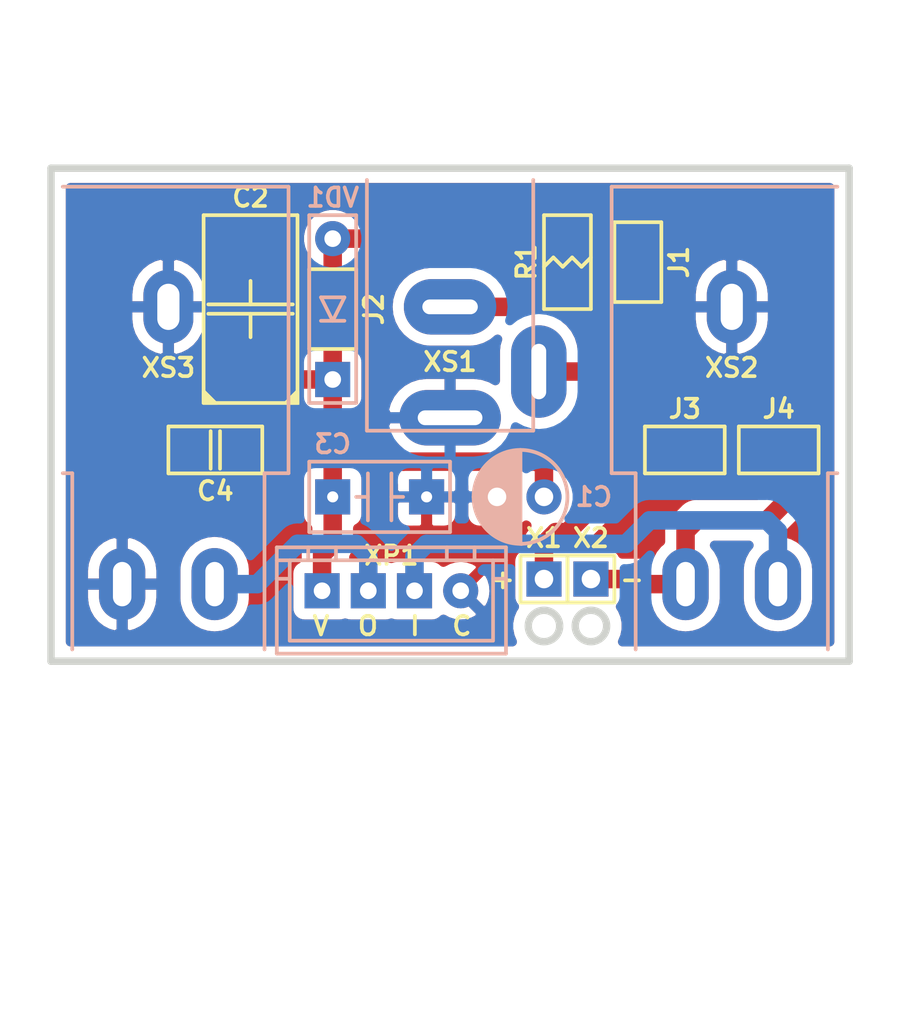
<source format=kicad_pcb>
(kicad_pcb (version 20171130) (host pcbnew 5.1.6-c6e7f7d~87~ubuntu19.10.1)

  (general
    (thickness 1.6)
    (drawings 12)
    (tracks 57)
    (zones 0)
    (modules 17)
    (nets 9)
  )

  (page A4 portrait)
  (title_block
    (title "1590N1 Connector Board")
    (date 2022-07-29)
    (rev 1B)
    (company "Igor Ivanov")
    (comment 1 https://github.com/Adept666)
    (comment 2 "This project is licensed under GNU General Public License v3.0 or later")
  )

  (layers
    (0 F.Cu jumper)
    (31 B.Cu signal)
    (36 B.SilkS user)
    (37 F.SilkS user)
    (38 B.Mask user)
    (39 F.Mask user)
    (40 Dwgs.User user)
    (44 Edge.Cuts user)
    (45 Margin user)
    (46 B.CrtYd user)
    (47 F.CrtYd user)
    (48 B.Fab user)
    (49 F.Fab user)
  )

  (setup
    (last_trace_width 1)
    (user_trace_width 0.6)
    (trace_clearance 0)
    (zone_clearance 0.6)
    (zone_45_only no)
    (trace_min 0.2)
    (via_size 1.5)
    (via_drill 0.5)
    (via_min_size 0.4)
    (via_min_drill 0.3)
    (uvia_size 0.3)
    (uvia_drill 0.1)
    (uvias_allowed no)
    (uvia_min_size 0)
    (uvia_min_drill 0)
    (edge_width 0.4)
    (segment_width 0.2)
    (pcb_text_width 0.3)
    (pcb_text_size 1.5 1.5)
    (mod_edge_width 0.15)
    (mod_text_size 1 1)
    (mod_text_width 0.15)
    (pad_size 5 3)
    (pad_drill 3.5)
    (pad_to_mask_clearance 0.2)
    (solder_mask_min_width 0.1)
    (aux_axis_origin 0 0)
    (visible_elements 7FFFFFFF)
    (pcbplotparams
      (layerselection 0x20000_7ffffffe)
      (usegerberextensions false)
      (usegerberattributes false)
      (usegerberadvancedattributes false)
      (creategerberjobfile false)
      (excludeedgelayer false)
      (linewidth 0.100000)
      (plotframeref true)
      (viasonmask false)
      (mode 1)
      (useauxorigin false)
      (hpglpennumber 1)
      (hpglpenspeed 20)
      (hpglpendiameter 15.000000)
      (psnegative false)
      (psa4output false)
      (plotreference false)
      (plotvalue true)
      (plotinvisibletext false)
      (padsonsilk true)
      (subtractmaskfromsilk false)
      (outputformat 4)
      (mirror false)
      (drillshape 0)
      (scaleselection 1)
      (outputdirectory ""))
  )

  (net 0 "")
  (net 1 COM)
  (net 2 /PP3-POS)
  (net 3 /PP3-NEG)
  (net 4 V)
  (net 5 /IN-CON)
  (net 6 /OUT-CON)
  (net 7 "Net-(J1-Pad2)")
  (net 8 "Net-(J1-Pad1)")

  (net_class Default "This is the default net class."
    (clearance 0)
    (trace_width 1)
    (via_dia 1.5)
    (via_drill 0.5)
    (uvia_dia 0.3)
    (uvia_drill 0.1)
    (add_net /IN-CON)
    (add_net /OUT-CON)
    (add_net /PP3-NEG)
    (add_net /PP3-POS)
    (add_net COM)
    (add_net "Net-(J1-Pad1)")
    (add_net "Net-(J1-Pad2)")
    (add_net V)
  )

  (module KCL-SM:CP-CTSMD-D (layer F.Cu) (tedit 62D40D4D) (tstamp 62E47151)
    (at 94.615 142.875 90)
    (path /62ED809D)
    (fp_text reference C2 (at 6.0325 0 180) (layer F.SilkS)
      (effects (font (size 1 1) (thickness 0.2)))
    )
    (fp_text value 107 (at 0 0 90) (layer F.Fab)
      (effects (font (size 1 1) (thickness 0.2)))
    )
    (fp_line (start -5.08 2.54) (end 5.08 2.54) (layer F.SilkS) (width 0.2))
    (fp_line (start -5.08 -2.54) (end 5.08 -2.54) (layer F.SilkS) (width 0.2))
    (fp_line (start 5.08 -2.54) (end 5.08 2.54) (layer F.SilkS) (width 0.2))
    (fp_line (start 0.254 -2.286) (end 0.254 2.286) (layer F.SilkS) (width 0.2))
    (fp_line (start -0.254 -2.286) (end -0.254 2.286) (layer F.SilkS) (width 0.2))
    (fp_line (start -5.08 -2.54) (end -5.08 2.54) (layer F.SilkS) (width 0.2))
    (fp_line (start -3.25 -2.15) (end -3.25 2.15) (layer F.Fab) (width 0.2))
    (fp_line (start 3.65 -2.15) (end 3.65 2.15) (layer F.Fab) (width 0.2))
    (fp_line (start -3.65 -2.15) (end -3.65 2.15) (layer F.Fab) (width 0.2))
    (fp_line (start -3.65 2.15) (end 3.65 2.15) (layer F.Fab) (width 0.2))
    (fp_line (start -3.65 -2.15) (end 3.65 -2.15) (layer F.Fab) (width 0.2))
    (fp_line (start 5.08 -2.54) (end 5.08 2.54) (layer F.CrtYd) (width 0.1))
    (fp_line (start -5.08 -2.54) (end -5.08 2.54) (layer F.CrtYd) (width 0.1))
    (fp_line (start -5.08 2.54) (end 5.08 2.54) (layer F.CrtYd) (width 0.1))
    (fp_line (start -5.08 -2.54) (end 5.08 -2.54) (layer F.CrtYd) (width 0.1))
    (fp_poly (pts (xy -4.445 2.54) (xy -5.08 2.54) (xy -5.08 1.905)) (layer F.SilkS) (width 0.2))
    (fp_poly (pts (xy -5.08 -1.905) (xy -5.08 -2.54) (xy -4.445 -2.54)) (layer F.SilkS) (width 0.2))
    (fp_line (start -1.524 0) (end -0.254 0) (layer F.SilkS) (width 0.2))
    (fp_line (start 0.254 0) (end 1.524 0) (layer F.SilkS) (width 0.2))
    (pad + smd rect (at -3.2 0 90) (size 2.6 2.4) (layers F.Cu F.Mask)
      (net 4 V))
    (pad - smd rect (at 3.2 0 90) (size 2.6 2.4) (layers F.Cu F.Mask)
      (net 1 COM))
  )

  (module KCL-VIRTUAL:B-PP3-HV (layer F.Cu) (tedit 5E590763) (tstamp 61D000C8)
    (at 105.41 172.72)
    (path /619BF44A)
    (fp_text reference GB1 (at 0 0) (layer F.SilkS) hide
      (effects (font (size 1 1) (thickness 0.2)))
    )
    (fp_text value PP3 (at 0 1.27) (layer F.Fab) hide
      (effects (font (size 1 1) (thickness 0.2)))
    )
    (fp_line (start 24.25 -8.75) (end 24.25 8.75) (layer Dwgs.User) (width 0.2))
    (fp_line (start -24.25 -8.75) (end -24.25 8.75) (layer Dwgs.User) (width 0.2))
    (fp_line (start -24.25 8.75) (end 24.25 8.75) (layer Dwgs.User) (width 0.2))
    (fp_line (start -24.25 -8.75) (end 24.25 -8.75) (layer Dwgs.User) (width 0.2))
  )

  (module KCL-SM:R-SM-1206 (layer F.Cu) (tedit 610FE4F7) (tstamp 61CEC771)
    (at 111.76 140.335 90)
    (path /61A3ECF5)
    (fp_text reference R1 (at 0 -2.2225 90) (layer F.SilkS)
      (effects (font (size 1 1) (thickness 0.2)))
    )
    (fp_text value 330 (at 0 0 90) (layer F.Fab)
      (effects (font (size 1 1) (thickness 0.2)))
    )
    (fp_line (start -2.54 -1.27) (end 2.54 -1.27) (layer F.CrtYd) (width 0.1))
    (fp_line (start 2.54 -1.27) (end 2.54 1.27) (layer F.CrtYd) (width 0.1))
    (fp_line (start -2.54 1.27) (end 2.54 1.27) (layer F.CrtYd) (width 0.1))
    (fp_line (start -2.54 -1.27) (end -2.54 1.27) (layer F.CrtYd) (width 0.1))
    (fp_line (start -0.254 -0.254) (end 0.254 -0.762) (layer F.SilkS) (width 0.2))
    (fp_line (start 0.254 -0.762) (end -0.254 -1.27) (layer F.SilkS) (width 0.2))
    (fp_line (start -0.254 -0.254) (end 0.254 0.254) (layer F.SilkS) (width 0.2))
    (fp_line (start 0.254 0.254) (end -0.254 0.762) (layer F.SilkS) (width 0.2))
    (fp_line (start -0.254 0.762) (end 0.254 1.27) (layer F.SilkS) (width 0.2))
    (fp_line (start -2.54 1.27) (end 2.54 1.27) (layer F.SilkS) (width 0.2))
    (fp_line (start -2.54 -1.27) (end 2.54 -1.27) (layer F.SilkS) (width 0.2))
    (fp_line (start 2.54 -1.27) (end 2.54 1.27) (layer F.SilkS) (width 0.2))
    (fp_line (start -2.54 -1.27) (end -2.54 1.27) (layer F.SilkS) (width 0.2))
    (fp_line (start -1.6 -0.8) (end 1.6 -0.8) (layer F.Fab) (width 0.2))
    (fp_line (start 1.6 -0.8) (end 1.6 0.8) (layer F.Fab) (width 0.2))
    (fp_line (start -1.6 0.8) (end 1.6 0.8) (layer F.Fab) (width 0.2))
    (fp_line (start -1.6 -0.8) (end -1.6 0.8) (layer F.Fab) (width 0.2))
    (pad 1 smd rect (at -1.4 0 90) (size 1.6 1.8) (layers F.Cu F.Mask)
      (net 8 "Net-(J1-Pad1)"))
    (pad 2 smd rect (at 1.4 0 90) (size 1.6 1.8) (layers F.Cu F.Mask)
      (net 7 "Net-(J1-Pad2)"))
  )

  (module KCL-SM:C-SM-1206 (layer F.Cu) (tedit 5FF35261) (tstamp 61B6D636)
    (at 92.71 150.495 180)
    (path /61BC19F4)
    (fp_text reference C4 (at 0 -2.2225) (layer F.SilkS)
      (effects (font (size 1 1) (thickness 0.2)))
    )
    (fp_text value 104 (at 0 0) (layer F.Fab)
      (effects (font (size 1 1) (thickness 0.2)))
    )
    (fp_line (start -2.54 -1.27) (end 2.54 -1.27) (layer F.CrtYd) (width 0.1))
    (fp_line (start 2.54 -1.27) (end 2.54 1.27) (layer F.CrtYd) (width 0.1))
    (fp_line (start 2.54 1.27) (end -2.54 1.27) (layer F.CrtYd) (width 0.1))
    (fp_line (start -2.54 1.27) (end -2.54 -1.27) (layer F.CrtYd) (width 0.1))
    (fp_line (start -2.54 1.27) (end 2.54 1.27) (layer F.SilkS) (width 0.2))
    (fp_line (start -2.54 -1.27) (end 2.54 -1.27) (layer F.SilkS) (width 0.2))
    (fp_line (start 0.254 -1.016) (end 0.254 1.016) (layer F.SilkS) (width 0.2))
    (fp_line (start -0.254 -1.016) (end -0.254 1.016) (layer F.SilkS) (width 0.2))
    (fp_line (start 2.54 -1.27) (end 2.54 1.27) (layer F.SilkS) (width 0.2))
    (fp_line (start -2.54 -1.27) (end -2.54 1.27) (layer F.SilkS) (width 0.2))
    (fp_line (start -1.6 -0.8) (end 1.6 -0.8) (layer F.Fab) (width 0.2))
    (fp_line (start 1.6 -0.8) (end 1.6 0.8) (layer F.Fab) (width 0.2))
    (fp_line (start -1.6 0.8) (end 1.6 0.8) (layer F.Fab) (width 0.2))
    (fp_line (start -1.6 -0.8) (end -1.6 0.8) (layer F.Fab) (width 0.2))
    (pad 1 smd rect (at -1.4 0 180) (size 1.6 1.8) (layers F.Cu F.Mask)
      (net 4 V))
    (pad 2 smd rect (at 1.4 0 180) (size 1.6 1.8) (layers F.Cu F.Mask)
      (net 1 COM))
  )

  (module SBKCL-TH-ML:CON-PJ-651A-01-IN-OVAL (layer B.Cu) (tedit 62D1B31A) (tstamp 616C9C63)
    (at 120.65 135.255)
    (path /617128AA)
    (fp_text reference XS2 (at 0 10.795) (layer F.SilkS)
      (effects (font (size 1 1) (thickness 0.2)))
    )
    (fp_text value PJ-651A-01 (at 0 13.335) (layer B.Fab)
      (effects (font (size 1 1) (thickness 0.2)) (justify mirror))
    )
    (fp_line (start 3.464102 -0.5) (end 3.464102 -2.5) (layer B.Fab) (width 0.2))
    (fp_line (start -6.5 16.5) (end -6.5 1) (layer B.Fab) (width 0.2))
    (fp_line (start -6.5 16.5) (end -5.2 16.5) (layer B.Fab) (width 0.2))
    (fp_line (start 7.5 0) (end 7.5 -0.5) (layer B.Fab) (width 0.2))
    (fp_line (start -7.5 0) (end -7.5 -0.5) (layer B.Fab) (width 0.2))
    (fp_line (start -5.5 1) (end -5.5 0) (layer B.Fab) (width 0.2))
    (fp_line (start -7.5 0) (end 7.5 0) (layer B.Fab) (width 0.2))
    (fp_line (start 5.2 26.5) (end 5.2 16.5) (layer B.Fab) (width 0.2))
    (fp_line (start 5.5 1) (end 5.5 0) (layer B.Fab) (width 0.2))
    (fp_line (start 4.5 -2.5) (end 4.5 -9) (layer B.Fab) (width 0.2))
    (fp_line (start -6.928203 -2.5) (end 6.928203 -2.5) (layer B.Fab) (width 0.2))
    (fp_line (start 5.2 16.5) (end 6.5 16.5) (layer B.Fab) (width 0.2))
    (fp_line (start -4.5 -9) (end 4.5 -9) (layer B.Fab) (width 0.2))
    (fp_line (start -6.5 1) (end 6.5 1) (layer B.Fab) (width 0.2))
    (fp_line (start 6.5 16.5) (end 6.5 1) (layer B.Fab) (width 0.2))
    (fp_line (start -3.464102 -0.5) (end -3.464102 -2.5) (layer B.Fab) (width 0.2))
    (fp_line (start -4.5 -2.5) (end -4.5 -9) (layer B.Fab) (width 0.2))
    (fp_line (start 6.928203 -0.5) (end 6.928203 -2.5) (layer B.Fab) (width 0.2))
    (fp_line (start -7.5 -0.5) (end 7.5 -0.5) (layer B.Fab) (width 0.2))
    (fp_line (start -5.2 26.5) (end -5.2 16.5) (layer B.Fab) (width 0.2))
    (fp_line (start -5.2 26.5) (end 5.2 26.5) (layer B.Fab) (width 0.2))
    (fp_line (start -6.928203 -0.5) (end -6.928203 -2.5) (layer B.Fab) (width 0.2))
    (fp_line (start 5.2 26.035) (end 5.2 16.5) (layer B.SilkS) (width 0.2))
    (fp_line (start -5.2 26.035) (end -5.2 16.5) (layer B.SilkS) (width 0.2))
    (fp_line (start -6.5 1) (end 5.715 1) (layer B.SilkS) (width 0.2))
    (fp_line (start -6.5 16.5) (end -5.2 16.5) (layer B.SilkS) (width 0.2))
    (fp_line (start 5.2 16.5) (end 5.715 16.5) (layer B.SilkS) (width 0.2))
    (fp_line (start -6.5 16.5) (end -6.5 1) (layer B.SilkS) (width 0.2))
    (fp_line (start 5.5 1) (end 5.5 0) (layer B.CrtYd) (width 0.1))
    (fp_line (start 5.5 0) (end 7.5 0) (layer B.CrtYd) (width 0.1))
    (fp_line (start -7.5 0) (end -5.5 0) (layer B.CrtYd) (width 0.1))
    (fp_line (start -6.5 16.5) (end -5.2 16.5) (layer B.CrtYd) (width 0.1))
    (fp_line (start -5.2 26.5) (end 5.2 26.5) (layer B.CrtYd) (width 0.1))
    (fp_line (start -5.5 1) (end -5.5 0) (layer B.CrtYd) (width 0.1))
    (fp_line (start 7.5 0) (end 7.5 -9) (layer B.CrtYd) (width 0.1))
    (fp_line (start -6.5 16.5) (end -6.5 1) (layer B.CrtYd) (width 0.1))
    (fp_line (start -6.5 1) (end -5.5 1) (layer B.CrtYd) (width 0.1))
    (fp_line (start 5.2 26.5) (end 5.2 16.5) (layer B.CrtYd) (width 0.1))
    (fp_line (start -5.2 26.5) (end -5.2 16.5) (layer B.CrtYd) (width 0.1))
    (fp_line (start -7.5 -9) (end 7.5 -9) (layer B.CrtYd) (width 0.1))
    (fp_line (start 6.5 16.5) (end 6.5 1) (layer B.CrtYd) (width 0.1))
    (fp_line (start 5.5 1) (end 6.5 1) (layer B.CrtYd) (width 0.1))
    (fp_line (start -7.5 0) (end -7.5 -9) (layer B.CrtYd) (width 0.1))
    (fp_line (start 5.2 16.5) (end 6.5 16.5) (layer B.CrtYd) (width 0.1))
    (pad R thru_hole oval (at -2.5 22.5) (size 2.5 3.9) (drill oval 1 2.4) (layers *.Cu *.Mask)
      (net 3 /PP3-NEG))
    (pad T thru_hole oval (at 2.5 22.5) (size 2.5 3.9) (drill oval 1 2.4) (layers *.Cu *.Mask)
      (net 5 /IN-CON))
    (pad S thru_hole oval (at 0 7.5) (size 2.7 4) (drill oval 1.2 2.5) (layers *.Cu *.Mask)
      (net 1 COM))
  )

  (module SBKCL-TH-ML:CON-PJ-651A-01-OUT-OVAL (layer B.Cu) (tedit 62D1B343) (tstamp 61CEBB0F)
    (at 90.17 135.255)
    (path /609B0F02)
    (fp_text reference XS3 (at 0 10.795) (layer F.SilkS)
      (effects (font (size 1 1) (thickness 0.2)))
    )
    (fp_text value PJ-651A-01 (at 0 13.335) (layer B.Fab)
      (effects (font (size 1 1) (thickness 0.2)) (justify mirror))
    )
    (fp_line (start 3.464102 -0.5) (end 3.464102 -2.5) (layer B.Fab) (width 0.2))
    (fp_line (start -6.5 16.5) (end -6.5 1) (layer B.Fab) (width 0.2))
    (fp_line (start -6.5 16.5) (end -5.2 16.5) (layer B.Fab) (width 0.2))
    (fp_line (start 7.5 0) (end 7.5 -0.5) (layer B.Fab) (width 0.2))
    (fp_line (start -7.5 0) (end -7.5 -0.5) (layer B.Fab) (width 0.2))
    (fp_line (start -5.5 1) (end -5.5 0) (layer B.Fab) (width 0.2))
    (fp_line (start -7.5 0) (end 7.5 0) (layer B.Fab) (width 0.2))
    (fp_line (start 5.2 26.5) (end 5.2 16.5) (layer B.Fab) (width 0.2))
    (fp_line (start 5.5 1) (end 5.5 0) (layer B.Fab) (width 0.2))
    (fp_line (start 4.5 -2.5) (end 4.5 -9) (layer B.Fab) (width 0.2))
    (fp_line (start -6.928203 -2.5) (end 6.928203 -2.5) (layer B.Fab) (width 0.2))
    (fp_line (start 5.2 16.5) (end 6.5 16.5) (layer B.Fab) (width 0.2))
    (fp_line (start -4.5 -9) (end 4.5 -9) (layer B.Fab) (width 0.2))
    (fp_line (start -6.5 1) (end 6.5 1) (layer B.Fab) (width 0.2))
    (fp_line (start 6.5 16.5) (end 6.5 1) (layer B.Fab) (width 0.2))
    (fp_line (start -3.464102 -0.5) (end -3.464102 -2.5) (layer B.Fab) (width 0.2))
    (fp_line (start -4.5 -2.5) (end -4.5 -9) (layer B.Fab) (width 0.2))
    (fp_line (start 6.928203 -0.5) (end 6.928203 -2.5) (layer B.Fab) (width 0.2))
    (fp_line (start -7.5 -0.5) (end 7.5 -0.5) (layer B.Fab) (width 0.2))
    (fp_line (start -5.2 26.5) (end -5.2 16.5) (layer B.Fab) (width 0.2))
    (fp_line (start -5.2 26.5) (end 5.2 26.5) (layer B.Fab) (width 0.2))
    (fp_line (start -6.928203 -0.5) (end -6.928203 -2.5) (layer B.Fab) (width 0.2))
    (fp_line (start 5.2 26.035) (end 5.2 16.5) (layer B.SilkS) (width 0.2))
    (fp_line (start -5.2 26.035) (end -5.2 16.5) (layer B.SilkS) (width 0.2))
    (fp_line (start -5.715 1) (end 6.5 1) (layer B.SilkS) (width 0.2))
    (fp_line (start -5.715 16.5) (end -5.2 16.5) (layer B.SilkS) (width 0.2))
    (fp_line (start 5.2 16.5) (end 6.5 16.5) (layer B.SilkS) (width 0.2))
    (fp_line (start 6.5 16.5) (end 6.5 1) (layer B.SilkS) (width 0.2))
    (fp_line (start 5.5 1) (end 5.5 0) (layer B.CrtYd) (width 0.1))
    (fp_line (start 5.5 0) (end 7.5 0) (layer B.CrtYd) (width 0.1))
    (fp_line (start -7.5 0) (end -5.5 0) (layer B.CrtYd) (width 0.1))
    (fp_line (start -6.5 16.5) (end -5.2 16.5) (layer B.CrtYd) (width 0.1))
    (fp_line (start -5.2 26.5) (end 5.2 26.5) (layer B.CrtYd) (width 0.1))
    (fp_line (start -5.5 1) (end -5.5 0) (layer B.CrtYd) (width 0.1))
    (fp_line (start 7.5 0) (end 7.5 -9) (layer B.CrtYd) (width 0.1))
    (fp_line (start -6.5 16.5) (end -6.5 1) (layer B.CrtYd) (width 0.1))
    (fp_line (start -6.5 1) (end -5.5 1) (layer B.CrtYd) (width 0.1))
    (fp_line (start 5.2 26.5) (end 5.2 16.5) (layer B.CrtYd) (width 0.1))
    (fp_line (start -5.2 26.5) (end -5.2 16.5) (layer B.CrtYd) (width 0.1))
    (fp_line (start -7.5 -9) (end 7.5 -9) (layer B.CrtYd) (width 0.1))
    (fp_line (start 6.5 16.5) (end 6.5 1) (layer B.CrtYd) (width 0.1))
    (fp_line (start 5.5 1) (end 6.5 1) (layer B.CrtYd) (width 0.1))
    (fp_line (start -7.5 0) (end -7.5 -9) (layer B.CrtYd) (width 0.1))
    (fp_line (start 5.2 16.5) (end 6.5 16.5) (layer B.CrtYd) (width 0.1))
    (pad S thru_hole oval (at 0 7.5) (size 2.7 4) (drill oval 1.2 2.5) (layers *.Cu *.Mask)
      (net 1 COM))
    (pad T thru_hole oval (at 2.5 22.5) (size 2.5 3.9) (drill oval 1 2.4) (layers *.Cu *.Mask)
      (net 6 /OUT-CON))
    (pad R thru_hole oval (at -2.5 22.5) (size 2.5 3.9) (drill oval 1 2.4) (layers *.Cu *.Mask)
      (net 1 COM))
  )

  (module SBKCL-TH-ML:CON-DC-005-9V-OVAL (layer B.Cu) (tedit 61CEB1E7) (tstamp 60995C69)
    (at 105.41 135.255)
    (path /619BF43C)
    (fp_text reference XS1 (at 0 10.4775) (layer F.SilkS)
      (effects (font (size 1 1) (thickness 0.2)))
    )
    (fp_text value DC-005 (at 0 6.985) (layer B.Fab)
      (effects (font (size 1 1) (thickness 0.2)) (justify mirror))
    )
    (fp_line (start -4.5 14.2) (end 4.5 14.2) (layer B.Fab) (width 0.2))
    (fp_line (start 4.5 14.2) (end 4.5 0) (layer B.Fab) (width 0.2))
    (fp_line (start -4.5 0) (end 4.5 0) (layer B.Fab) (width 0.2))
    (fp_line (start -4.5 14.2) (end -4.5 0) (layer B.Fab) (width 0.2))
    (fp_line (start -4.5 14.2) (end 5.2 14.2) (layer B.CrtYd) (width 0.1))
    (fp_line (start -4.5 0) (end 5.2 0) (layer B.CrtYd) (width 0.1))
    (fp_line (start -4.5 14.2) (end -4.5 0) (layer B.CrtYd) (width 0.1))
    (fp_line (start 5.2 14.2) (end 5.2 0) (layer B.CrtYd) (width 0.1))
    (fp_line (start -4.5 3.3) (end 4.5 3.3) (layer B.Fab) (width 0.2))
    (fp_line (start -4.5 14.2) (end 4.5 14.2) (layer B.SilkS) (width 0.2))
    (fp_line (start -4.5 14.2) (end -4.5 0.635) (layer B.SilkS) (width 0.2))
    (fp_line (start 4.5 14.2) (end 4.5 0.635) (layer B.SilkS) (width 0.2))
    (pad S thru_hole oval (at 0 7.5) (size 5 3) (drill oval 3 0.8) (layers *.Cu *.Mask)
      (net 8 "Net-(J1-Pad1)"))
    (pad SN thru_hole oval (at 4.8 11) (size 3 5) (drill oval 0.8 3) (layers *.Cu *.Mask)
      (net 2 /PP3-POS))
    (pad C thru_hole oval (at 0 13.5) (size 5.5 3) (drill oval 3.5 0.8) (layers *.Cu *.Mask)
      (net 1 COM))
  )

  (module KCL-TH-ML:P-DO-41 (layer B.Cu) (tedit 6110D669) (tstamp 61CEBBA7)
    (at 99.06 142.875 270)
    (path /61DC203D)
    (fp_text reference VD1 (at -6.0325 0) (layer B.SilkS)
      (effects (font (size 1 1) (thickness 0.2)) (justify mirror))
    )
    (fp_text value 5817 (at 0 0 270) (layer B.Fab)
      (effects (font (size 1 1) (thickness 0.2)) (justify mirror))
    )
    (fp_line (start -2.3175 1.1875) (end 2.3175 1.1875) (layer B.Fab) (width 0.2))
    (fp_line (start -2.3175 -1.1875) (end 2.3175 -1.1875) (layer B.Fab) (width 0.2))
    (fp_line (start -2.3175 1.1875) (end -2.3175 -1.1875) (layer B.Fab) (width 0.2))
    (fp_line (start 2.3175 1.1875) (end 2.3175 -1.1875) (layer B.Fab) (width 0.2))
    (fp_line (start -5.08 1.27) (end 5.08 1.27) (layer B.SilkS) (width 0.2))
    (fp_line (start -5.08 -1.27) (end 5.08 -1.27) (layer B.SilkS) (width 0.2))
    (fp_line (start -5.08 1.27) (end -5.08 -1.27) (layer B.SilkS) (width 0.2))
    (fp_line (start 5.08 1.27) (end 5.08 -1.27) (layer B.SilkS) (width 0.2))
    (fp_line (start -5.08 1.27) (end 5.08 1.27) (layer B.CrtYd) (width 0.1))
    (fp_line (start 5.08 1.27) (end 5.08 -1.27) (layer B.CrtYd) (width 0.1))
    (fp_line (start 5.08 -1.27) (end -5.08 -1.27) (layer B.CrtYd) (width 0.1))
    (fp_line (start -5.08 -1.27) (end -5.08 1.27) (layer B.CrtYd) (width 0.1))
    (fp_line (start -0.635 0.635) (end -0.635 -0.635) (layer B.SilkS) (width 0.2))
    (fp_line (start -0.635 0.635) (end 0.635 0) (layer B.SilkS) (width 0.2))
    (fp_line (start -0.635 -0.635) (end 0.635 0) (layer B.SilkS) (width 0.2))
    (fp_line (start 0.635 0.635) (end 0.635 -0.635) (layer B.SilkS) (width 0.2))
    (fp_line (start 1.8175 1.1875) (end 1.8175 -1.1875) (layer B.Fab) (width 0.2))
    (pad C thru_hole rect (at 3.81 0 270) (size 1.9 1.9) (drill 0.9) (layers *.Cu *.Mask)
      (net 4 V))
    (pad A thru_hole circle (at -3.81 0 270) (size 1.9 1.9) (drill 0.9) (layers *.Cu *.Mask)
      (net 7 "Net-(J1-Pad2)"))
  )

  (module KCL-TH-ML:CON-XH-B4B-A (layer B.Cu) (tedit 61A18FD4) (tstamp 61CF3AB2)
    (at 102.235 158.115 180)
    (path /61A88544)
    (fp_text reference XP1 (at 0 1.905) (layer F.SilkS)
      (effects (font (size 1 1) (thickness 0.2)))
    )
    (fp_text value B4B-XH-A (at 0 -0.635) (layer B.Fab)
      (effects (font (size 1 1) (thickness 0.2)) (justify mirror))
    )
    (fp_line (start 5.5 0.65) (end 6.2 0.65) (layer B.Fab) (width 0.2))
    (fp_line (start -4.5 2.35) (end -4.5 1.65) (layer B.Fab) (width 0.2))
    (fp_line (start -6.2 -3.4) (end 6.2 -3.4) (layer B.Fab) (width 0.2))
    (fp_line (start -6.2 2.35) (end 6.2 2.35) (layer B.CrtYd) (width 0.1))
    (fp_line (start -6.2 2.35) (end -6.2 -3.4) (layer B.CrtYd) (width 0.1))
    (fp_line (start -5.5 -2.7) (end 5.5 -2.7) (layer B.Fab) (width 0.2))
    (fp_line (start 3 2.35) (end 3 1.65) (layer B.Fab) (width 0.2))
    (fp_line (start -6.2 0.65) (end -5.5 0.65) (layer B.Fab) (width 0.2))
    (fp_line (start -6.2 1.65) (end 6.2 1.65) (layer B.Fab) (width 0.2))
    (fp_line (start -6.2 -3.4) (end 6.2 -3.4) (layer B.CrtYd) (width 0.1))
    (fp_line (start -5.5 1.65) (end -5.5 -2.7) (layer B.Fab) (width 0.2))
    (fp_line (start 6.2 2.35) (end 6.2 -3.4) (layer B.CrtYd) (width 0.1))
    (fp_line (start -6.2 2.35) (end 6.2 2.35) (layer B.Fab) (width 0.2))
    (fp_line (start 6.2 2.35) (end 6.2 -3.4) (layer B.Fab) (width 0.2))
    (fp_line (start 5.5 1.65) (end 5.5 -2.7) (layer B.Fab) (width 0.2))
    (fp_line (start -6.2 2.35) (end -6.2 -3.4) (layer B.Fab) (width 0.2))
    (fp_line (start -3 2.35) (end -3 1.65) (layer B.Fab) (width 0.2))
    (fp_line (start 4.5 2.35) (end 4.5 1.65) (layer B.Fab) (width 0.2))
    (fp_line (start -6.2 2.35) (end 6.2 2.35) (layer B.SilkS) (width 0.2))
    (fp_line (start -6.2 -3.4) (end 6.2 -3.4) (layer B.SilkS) (width 0.2))
    (fp_line (start 3 2.35) (end 3 1.65) (layer B.SilkS) (width 0.2))
    (fp_line (start -6.2 0.65) (end -5.5 0.65) (layer B.SilkS) (width 0.2))
    (fp_line (start -3 2.35) (end -3 1.65) (layer B.SilkS) (width 0.2))
    (fp_line (start -5.5 -2.7) (end 5.5 -2.7) (layer B.SilkS) (width 0.2))
    (fp_line (start 5.5 1.65) (end 5.5 -2.7) (layer B.SilkS) (width 0.2))
    (fp_line (start 5.5 0.65) (end 6.2 0.65) (layer B.SilkS) (width 0.2))
    (fp_line (start -6.2 2.35) (end -6.2 -3.4) (layer B.SilkS) (width 0.2))
    (fp_line (start -5.5 1.65) (end -5.5 -2.7) (layer B.SilkS) (width 0.2))
    (fp_line (start 6.2 2.35) (end 6.2 -3.4) (layer B.SilkS) (width 0.2))
    (fp_line (start -6.2 1.65) (end 6.2 1.65) (layer B.SilkS) (width 0.2))
    (fp_line (start 4.5 2.35) (end 4.5 1.65) (layer B.SilkS) (width 0.2))
    (fp_line (start -4.5 2.35) (end -4.5 1.65) (layer B.SilkS) (width 0.2))
    (pad 1 thru_hole circle (at -3.75 0 180) (size 1.9 1.9) (drill 0.9) (layers *.Cu *.Mask)
      (net 1 COM))
    (pad 2 thru_hole rect (at -1.25 0 180) (size 1.9 1.9) (drill 0.9) (layers *.Cu *.Mask)
      (net 5 /IN-CON))
    (pad 3 thru_hole rect (at 1.25 0 180) (size 1.9 1.9) (drill 0.9) (layers *.Cu *.Mask)
      (net 6 /OUT-CON))
    (pad 4 thru_hole rect (at 3.75 0 180) (size 1.9 1.9) (drill 0.9) (layers *.Cu *.Mask)
      (net 4 V))
  )

  (module KCL:J-SB-1206-2 (layer F.Cu) (tedit 61A37A89) (tstamp 61A4198C)
    (at 123.19 150.495 180)
    (path /61BCF730)
    (fp_text reference J4 (at 0 2.2225) (layer F.SilkS)
      (effects (font (size 1 1) (thickness 0.2)))
    )
    (fp_text value J4 (at 0 0.9525) (layer F.Fab)
      (effects (font (size 1 1) (thickness 0.2)))
    )
    (fp_line (start -2.159 -1.27) (end 2.159 -1.27) (layer F.CrtYd) (width 0.1))
    (fp_line (start 2.159 -1.27) (end 2.159 1.27) (layer F.CrtYd) (width 0.1))
    (fp_line (start -2.159 1.27) (end 2.159 1.27) (layer F.CrtYd) (width 0.1))
    (fp_line (start -2.159 -1.27) (end -2.159 1.27) (layer F.CrtYd) (width 0.1))
    (fp_line (start -2.159 1.27) (end 2.159 1.27) (layer F.SilkS) (width 0.2))
    (fp_line (start -2.159 -1.27) (end 2.159 -1.27) (layer F.SilkS) (width 0.2))
    (fp_line (start 2.159 -1.27) (end 2.159 1.27) (layer F.SilkS) (width 0.2))
    (fp_line (start -2.159 -1.27) (end -2.159 1.27) (layer F.SilkS) (width 0.2))
    (fp_line (start -1.05 0) (end 1.05 0) (layer F.Fab) (width 0.2))
    (pad 2 smd rect (at 1.05 0 180) (size 1.6 1.8) (layers F.Cu F.Mask)
      (net 1 COM))
    (pad 1 smd rect (at -1.05 0 180) (size 1.6 1.8) (layers F.Cu F.Mask)
      (net 3 /PP3-NEG))
  )

  (module KCL:J-SB-1206-2 (layer F.Cu) (tedit 61A37A89) (tstamp 61A41975)
    (at 118.11 150.495)
    (path /61BB2CE9)
    (fp_text reference J3 (at 0 -2.2225) (layer F.SilkS)
      (effects (font (size 1 1) (thickness 0.2)))
    )
    (fp_text value J3 (at 0 -0.9525) (layer F.Fab)
      (effects (font (size 1 1) (thickness 0.2)))
    )
    (fp_line (start -2.159 -1.27) (end 2.159 -1.27) (layer F.CrtYd) (width 0.1))
    (fp_line (start 2.159 -1.27) (end 2.159 1.27) (layer F.CrtYd) (width 0.1))
    (fp_line (start -2.159 1.27) (end 2.159 1.27) (layer F.CrtYd) (width 0.1))
    (fp_line (start -2.159 -1.27) (end -2.159 1.27) (layer F.CrtYd) (width 0.1))
    (fp_line (start -2.159 1.27) (end 2.159 1.27) (layer F.SilkS) (width 0.2))
    (fp_line (start -2.159 -1.27) (end 2.159 -1.27) (layer F.SilkS) (width 0.2))
    (fp_line (start 2.159 -1.27) (end 2.159 1.27) (layer F.SilkS) (width 0.2))
    (fp_line (start -2.159 -1.27) (end -2.159 1.27) (layer F.SilkS) (width 0.2))
    (fp_line (start -1.05 0) (end 1.05 0) (layer F.Fab) (width 0.2))
    (pad 2 smd rect (at 1.05 0) (size 1.6 1.8) (layers F.Cu F.Mask)
      (net 1 COM))
    (pad 1 smd rect (at -1.05 0) (size 1.6 1.8) (layers F.Cu F.Mask)
      (net 2 /PP3-POS))
  )

  (module KCL:J-SB-1206-2 (layer F.Cu) (tedit 61A37A89) (tstamp 61A2ACB8)
    (at 99.06 142.875 270)
    (path /61A33AAA)
    (fp_text reference J2 (at 0 -2.2225 90) (layer F.SilkS)
      (effects (font (size 1 1) (thickness 0.2)))
    )
    (fp_text value J2 (at 0 0.9525 90) (layer F.Fab)
      (effects (font (size 1 1) (thickness 0.2)))
    )
    (fp_line (start -1.05 0) (end 1.05 0) (layer F.Fab) (width 0.2))
    (fp_line (start -2.159 -1.27) (end -2.159 1.27) (layer F.SilkS) (width 0.2))
    (fp_line (start 2.159 -1.27) (end 2.159 1.27) (layer F.SilkS) (width 0.2))
    (fp_line (start -2.159 -1.27) (end 2.159 -1.27) (layer F.SilkS) (width 0.2))
    (fp_line (start -2.159 1.27) (end 2.159 1.27) (layer F.SilkS) (width 0.2))
    (fp_line (start -2.159 -1.27) (end -2.159 1.27) (layer F.CrtYd) (width 0.1))
    (fp_line (start -2.159 1.27) (end 2.159 1.27) (layer F.CrtYd) (width 0.1))
    (fp_line (start 2.159 -1.27) (end 2.159 1.27) (layer F.CrtYd) (width 0.1))
    (fp_line (start -2.159 -1.27) (end 2.159 -1.27) (layer F.CrtYd) (width 0.1))
    (pad 1 smd rect (at -1.05 0 270) (size 1.6 1.8) (layers F.Cu F.Mask)
      (net 7 "Net-(J1-Pad2)"))
    (pad 2 smd rect (at 1.05 0 270) (size 1.6 1.8) (layers F.Cu F.Mask)
      (net 4 V))
  )

  (module KCL:J-SB-1206-2 (layer F.Cu) (tedit 61A37A89) (tstamp 61B6AFDF)
    (at 115.57 140.335 90)
    (path /61A32629)
    (fp_text reference J1 (at 0 2.2225 90) (layer F.SilkS)
      (effects (font (size 1 1) (thickness 0.2)))
    )
    (fp_text value J1 (at 0 -0.9525 90) (layer F.Fab)
      (effects (font (size 1 1) (thickness 0.2)))
    )
    (fp_line (start -2.159 -1.27) (end 2.159 -1.27) (layer F.CrtYd) (width 0.1))
    (fp_line (start 2.159 -1.27) (end 2.159 1.27) (layer F.CrtYd) (width 0.1))
    (fp_line (start -2.159 1.27) (end 2.159 1.27) (layer F.CrtYd) (width 0.1))
    (fp_line (start -2.159 -1.27) (end -2.159 1.27) (layer F.CrtYd) (width 0.1))
    (fp_line (start -2.159 1.27) (end 2.159 1.27) (layer F.SilkS) (width 0.2))
    (fp_line (start -2.159 -1.27) (end 2.159 -1.27) (layer F.SilkS) (width 0.2))
    (fp_line (start 2.159 -1.27) (end 2.159 1.27) (layer F.SilkS) (width 0.2))
    (fp_line (start -2.159 -1.27) (end -2.159 1.27) (layer F.SilkS) (width 0.2))
    (fp_line (start -1.05 0) (end 1.05 0) (layer F.Fab) (width 0.2))
    (pad 2 smd rect (at 1.05 0 90) (size 1.6 1.8) (layers F.Cu F.Mask)
      (net 7 "Net-(J1-Pad2)"))
    (pad 1 smd rect (at -1.05 0 90) (size 1.6 1.8) (layers F.Cu F.Mask)
      (net 8 "Net-(J1-Pad1)"))
  )

  (module KCL-TH-ML:C-DISK-D04.2-T03.0-P05.08-d0.5 (layer B.Cu) (tedit 616F04F4) (tstamp 61CEC475)
    (at 101.6 153.035)
    (path /619BF43D)
    (fp_text reference C3 (at -2.54 -2.8575) (layer B.SilkS)
      (effects (font (size 1 1) (thickness 0.2)) (justify mirror))
    )
    (fp_text value 104 (at 0 0) (layer B.Fab)
      (effects (font (size 1 1) (thickness 0.2)) (justify mirror))
    )
    (fp_line (start 3.81 1.905) (end 3.81 -1.905) (layer B.CrtYd) (width 0.1))
    (fp_line (start -3.81 1.905) (end -3.81 -1.905) (layer B.CrtYd) (width 0.1))
    (fp_line (start -3.81 -1.905) (end 3.81 -1.905) (layer B.CrtYd) (width 0.1))
    (fp_line (start -3.81 1.905) (end 3.81 1.905) (layer B.CrtYd) (width 0.1))
    (fp_line (start 0.635 1.27) (end 0.635 -1.27) (layer B.SilkS) (width 0.2))
    (fp_line (start -0.635 1.27) (end -0.635 -1.27) (layer B.SilkS) (width 0.2))
    (fp_line (start 0.635 0) (end 1.27 0) (layer B.SilkS) (width 0.2))
    (fp_line (start -1.27 0) (end -0.635 0) (layer B.SilkS) (width 0.2))
    (fp_line (start 3.81 1.905) (end 3.81 -1.905) (layer B.SilkS) (width 0.2))
    (fp_line (start -3.81 1.905) (end -3.81 -1.905) (layer B.SilkS) (width 0.2))
    (fp_line (start -3.81 -1.905) (end 3.81 -1.905) (layer B.SilkS) (width 0.2))
    (fp_line (start -3.81 1.905) (end 3.81 1.905) (layer B.SilkS) (width 0.2))
    (fp_line (start -0.6 -1.5) (end 0.6 -1.5) (layer B.Fab) (width 0.2))
    (fp_line (start -0.6 1.5) (end 0.6 1.5) (layer B.Fab) (width 0.2))
    (fp_arc (start 0.6 0) (end 0.6 -1.5) (angle 180) (layer B.Fab) (width 0.2))
    (fp_arc (start -0.6 0) (end -0.6 1.5) (angle 180) (layer B.Fab) (width 0.2))
    (pad 1 thru_hole rect (at -2.54 0) (size 1.9 1.9) (drill 0.6) (layers *.Cu *.Mask)
      (net 4 V))
    (pad 2 thru_hole rect (at 2.54 0) (size 1.9 1.9) (drill 0.6) (layers *.Cu *.Mask)
      (net 1 COM))
  )

  (module KCL-TH-ML:CON-PAD-S-1.0-1.9 (layer F.Cu) (tedit 61137895) (tstamp 6082ECA5)
    (at 110.49 157.48)
    (path /619BF442)
    (fp_text reference X1 (at 0 -2.2225) (layer F.SilkS)
      (effects (font (size 1 1) (thickness 0.2)))
    )
    (fp_text value + (at 0 2.54) (layer F.Fab)
      (effects (font (size 1 1) (thickness 0.2)))
    )
    (fp_circle (center 0 0) (end 0.5 0) (layer F.CrtYd) (width 0.1))
    (fp_circle (center 0 0) (end 0.5 0) (layer F.Fab) (width 0.2))
    (fp_line (start -1.27 -1.27) (end 1.27 -1.27) (layer F.SilkS) (width 0.2))
    (fp_line (start -1.27 1.27) (end 1.27 1.27) (layer F.SilkS) (width 0.2))
    (fp_line (start -1.27 -1.27) (end -1.27 1.27) (layer F.SilkS) (width 0.2))
    (fp_line (start 1.27 -1.27) (end 1.27 1.27) (layer F.SilkS) (width 0.2))
    (pad 1 thru_hole rect (at 0 0) (size 1.9 1.9) (drill 1) (layers *.Cu *.Mask)
      (net 2 /PP3-POS) (solder_mask_margin 0.2))
  )

  (module KCL-TH-ML:CP-RADIAL-D05.0-P02.0-CLS (layer B.Cu) (tedit 616F0A79) (tstamp 61B6BBC0)
    (at 109.22 153.035 180)
    (path /60AB555F)
    (fp_text reference C1 (at -2.8575 0 180) (layer B.SilkS)
      (effects (font (size 1 1) (thickness 0.2)) (justify right mirror))
    )
    (fp_text value 107 (at 0 0 180) (layer B.Fab)
      (effects (font (size 1 1) (thickness 0.2)) (justify mirror))
    )
    (fp_circle (center 0 0) (end 2.54 0) (layer B.SilkS) (width 0.2))
    (fp_poly (pts (xy 0 2.54) (xy 0.762 2.413) (xy 1.905 1.651) (xy 2.54 0)
      (xy 1.905 -1.651) (xy 0.762 -2.413) (xy 0 -2.54)) (layer B.SilkS) (width 0.2))
    (fp_circle (center 0 0) (end 2.5 0) (layer B.Fab) (width 0.2))
    (fp_circle (center 0 0) (end 2.54 0) (layer B.CrtYd) (width 0.1))
    (pad - thru_hole roundrect (at 1.27 0 180) (size 1.9 1.9) (drill 1) (layers *.Cu *.Mask) (roundrect_rratio 0.3)
      (net 1 COM))
    (pad + thru_hole circle (at -1.27 0 180) (size 1.9 1.9) (drill 1) (layers *.Cu *.Mask)
      (net 4 V))
  )

  (module KCL-TH-ML:CON-PAD-S-1.0-1.9 (layer F.Cu) (tedit 61137895) (tstamp 60E19926)
    (at 113.03 157.48)
    (path /60AB555E)
    (fp_text reference X2 (at 0 -2.2225) (layer F.SilkS)
      (effects (font (size 1 1) (thickness 0.2)))
    )
    (fp_text value - (at 0 2.54) (layer F.Fab)
      (effects (font (size 1 1) (thickness 0.2)))
    )
    (fp_circle (center 0 0) (end 0.5 0) (layer F.CrtYd) (width 0.1))
    (fp_circle (center 0 0) (end 0.5 0) (layer F.Fab) (width 0.2))
    (fp_line (start -1.27 -1.27) (end 1.27 -1.27) (layer F.SilkS) (width 0.2))
    (fp_line (start -1.27 1.27) (end 1.27 1.27) (layer F.SilkS) (width 0.2))
    (fp_line (start -1.27 -1.27) (end -1.27 1.27) (layer F.SilkS) (width 0.2))
    (fp_line (start 1.27 -1.27) (end 1.27 1.27) (layer F.SilkS) (width 0.2))
    (pad 1 thru_hole rect (at 0 0) (size 1.9 1.9) (drill 1) (layers *.Cu *.Mask)
      (net 3 /PP3-NEG) (solder_mask_margin 0.2))
  )

  (gr_text C (at 106.045 160.02) (layer F.SilkS) (tstamp 61DAA3FD)
    (effects (font (size 1 1) (thickness 0.2)))
  )
  (gr_text I (at 103.505 160.02) (layer F.SilkS) (tstamp 61DAA3FD)
    (effects (font (size 1 1) (thickness 0.2)))
  )
  (gr_text O (at 100.965 160.02) (layer F.SilkS) (tstamp 61DAA3FD)
    (effects (font (size 1 1) (thickness 0.2)))
  )
  (gr_text V (at 98.425 160.02) (layer F.SilkS)
    (effects (font (size 1 1) (thickness 0.2)))
  )
  (gr_text - (at 115.2525 157.48) (layer F.SilkS) (tstamp 61CFF1CA)
    (effects (font (size 1 1) (thickness 0.2)))
  )
  (gr_text + (at 108.2675 157.48) (layer F.SilkS) (tstamp 61CFF21B)
    (effects (font (size 1 1) (thickness 0.2)))
  )
  (gr_line (start 83.82 135.255) (end 83.82 161.925) (layer Edge.Cuts) (width 0.4) (tstamp 619068B3))
  (gr_line (start 127 135.255) (end 127 161.925) (layer Edge.Cuts) (width 0.4) (tstamp 619068B2))
  (gr_line (start 83.82 161.925) (end 127 161.925) (layer Edge.Cuts) (width 0.4) (tstamp 619068A0))
  (gr_circle (center 113.03 160.02) (end 113.88 160.02) (layer Edge.Cuts) (width 0.4) (tstamp 61A2AD88))
  (gr_circle (center 110.49 160.02) (end 111.34 160.02) (layer Edge.Cuts) (width 0.4) (tstamp 6082ECCC))
  (gr_line (start 83.82 135.255) (end 127 135.255) (layer Edge.Cuts) (width 0.4))

  (segment (start 94.615 146.075) (end 96.545 146.075) (width 1) (layer F.Cu) (net 4))
  (segment (start 113.03 146.685) (end 113.03 150.495) (width 1) (layer F.Cu) (net 2))
  (segment (start 112.6 146.255) (end 113.03 146.685) (width 1) (layer F.Cu) (net 2))
  (segment (start 110.21 146.255) (end 112.6 146.255) (width 1) (layer F.Cu) (net 2))
  (segment (start 117.06 150.495) (end 113.03 150.495) (width 1) (layer F.Cu) (net 2))
  (segment (start 110.49 155.575) (end 110.49 157.48) (width 1) (layer F.Cu) (net 2))
  (segment (start 111.125 154.94) (end 110.49 155.575) (width 1) (layer F.Cu) (net 2))
  (segment (start 111.76 154.94) (end 111.125 154.94) (width 1) (layer F.Cu) (net 2))
  (segment (start 113.03 153.67) (end 111.76 154.94) (width 1) (layer F.Cu) (net 2))
  (segment (start 113.03 150.495) (end 113.03 153.67) (width 1) (layer F.Cu) (net 2))
  (segment (start 118.15 157.755) (end 115.845 157.755) (width 1) (layer F.Cu) (net 3))
  (segment (start 115.57 157.48) (end 115.845 157.755) (width 1) (layer F.Cu) (net 3))
  (segment (start 113.03 157.48) (end 115.57 157.48) (width 1) (layer F.Cu) (net 3))
  (segment (start 124.24 152.62) (end 124.24 150.495) (width 1) (layer F.Cu) (net 3))
  (segment (start 122.555 154.305) (end 124.24 152.62) (width 1) (layer F.Cu) (net 3))
  (segment (start 118.745 154.305) (end 122.555 154.305) (width 1) (layer F.Cu) (net 3))
  (segment (start 118.15 154.9) (end 118.745 154.305) (width 1) (layer F.Cu) (net 3))
  (segment (start 118.15 157.755) (end 118.15 154.9) (width 1) (layer F.Cu) (net 3))
  (segment (start 99.06 143.925) (end 99.06 146.685) (width 1) (layer F.Cu) (net 4))
  (segment (start 99.06 153.035) (end 99.06 155.575) (width 1) (layer F.Cu) (net 4))
  (segment (start 98.485 156.15) (end 99.06 155.575) (width 1) (layer F.Cu) (net 4))
  (segment (start 98.485 158.115) (end 98.485 156.15) (width 1) (layer F.Cu) (net 4))
  (segment (start 94.11 150.495) (end 99.06 150.495) (width 1) (layer F.Cu) (net 4))
  (segment (start 99.06 150.495) (end 99.06 153.035) (width 1) (layer F.Cu) (net 4))
  (segment (start 99.06 146.685) (end 99.06 150.495) (width 1) (layer F.Cu) (net 4))
  (segment (start 110.49 151.4475) (end 110.49 153.035) (width 1) (layer F.Cu) (net 4))
  (segment (start 110.1725 151.13) (end 110.49 151.4475) (width 1) (layer F.Cu) (net 4))
  (segment (start 102.87 151.13) (end 110.1725 151.13) (width 1) (layer F.Cu) (net 4) (tstamp 61CEB8D7))
  (segment (start 102.235 150.495) (end 102.87 151.13) (width 1) (layer F.Cu) (net 4))
  (segment (start 99.06 150.495) (end 102.235 150.495) (width 1) (layer F.Cu) (net 4))
  (segment (start 97.155 146.685) (end 96.545 146.075) (width 1) (layer F.Cu) (net 4))
  (segment (start 99.06 146.685) (end 97.155 146.685) (width 1) (layer F.Cu) (net 4))
  (segment (start 122.555 154.305) (end 123.15 154.9) (width 1) (layer B.Cu) (net 5))
  (segment (start 123.15 154.9) (end 123.15 157.755) (width 1) (layer B.Cu) (net 5))
  (segment (start 116.205 154.305) (end 122.555 154.305) (width 1) (layer B.Cu) (net 5))
  (segment (start 114.935 155.575) (end 116.205 154.305) (width 1) (layer B.Cu) (net 5))
  (segment (start 103.485 156.23) (end 104.14 155.575) (width 1) (layer B.Cu) (net 5))
  (segment (start 104.14 155.575) (end 114.935 155.575) (width 1) (layer B.Cu) (net 5))
  (segment (start 103.485 158.115) (end 103.485 156.23) (width 1) (layer B.Cu) (net 5))
  (segment (start 100.33 155.575) (end 100.985 156.23) (width 1) (layer B.Cu) (net 6))
  (segment (start 97.155 155.575) (end 100.33 155.575) (width 1) (layer B.Cu) (net 6))
  (segment (start 100.985 156.23) (end 100.985 158.115) (width 1) (layer B.Cu) (net 6))
  (segment (start 94.975 157.755) (end 97.155 155.575) (width 1) (layer B.Cu) (net 6))
  (segment (start 92.67 157.755) (end 94.975 157.755) (width 1) (layer B.Cu) (net 6))
  (segment (start 99.06 141.825) (end 99.06 139.065) (width 1) (layer F.Cu) (net 7))
  (segment (start 109.22 139.065) (end 99.06 139.065) (width 1) (layer F.Cu) (net 7))
  (segment (start 115.57 139.285) (end 113.885 139.285) (width 1) (layer F.Cu) (net 7))
  (segment (start 113.535 138.935) (end 113.885 139.285) (width 1) (layer F.Cu) (net 7))
  (segment (start 111.76 138.935) (end 113.535 138.935) (width 1) (layer F.Cu) (net 7))
  (segment (start 109.35 138.935) (end 109.22 139.065) (width 1) (layer F.Cu) (net 7))
  (segment (start 111.76 138.935) (end 109.35 138.935) (width 1) (layer F.Cu) (net 7))
  (segment (start 105.41 142.755) (end 108.705 142.755) (width 1) (layer F.Cu) (net 8))
  (segment (start 115.57 141.385) (end 113.885 141.385) (width 1) (layer F.Cu) (net 8))
  (segment (start 113.535 141.735) (end 113.885 141.385) (width 1) (layer F.Cu) (net 8))
  (segment (start 111.76 141.735) (end 113.535 141.735) (width 1) (layer F.Cu) (net 8))
  (segment (start 109.725 141.735) (end 108.705 142.755) (width 1) (layer F.Cu) (net 8))
  (segment (start 111.76 141.735) (end 109.725 141.735) (width 1) (layer F.Cu) (net 8))

  (zone (net 1) (net_name COM) (layer B.Cu) (tstamp 61B6DEBC) (hatch edge 0.508)
    (connect_pads (clearance 0.6))
    (min_thickness 0.5)
    (fill yes (arc_segments 32) (thermal_gap 0.6) (thermal_bridge_width 0.6))
    (polygon
      (pts
        (xy 82.55 133.985) (xy 128.27 133.985) (xy 128.27 163.195) (xy 82.55 163.195)
      )
    )
    (filled_polygon
      (pts
        (xy 125.950001 160.875) (xy 114.744034 160.875) (xy 114.867325 160.577347) (xy 114.940755 160.208193) (xy 114.940755 159.831807)
        (xy 114.867325 159.462653) (xy 114.723289 159.114918) (xy 114.630933 158.976697) (xy 114.690168 158.904519) (xy 114.769097 158.756855)
        (xy 114.8177 158.596629) (xy 114.834112 158.43) (xy 114.834112 156.925) (xy 114.868681 156.925) (xy 114.935 156.931532)
        (xy 115.001319 156.925) (xy 115.001321 156.925) (xy 115.199646 156.905467) (xy 115.454122 156.828272) (xy 115.688649 156.702915)
        (xy 115.894213 156.534213) (xy 115.936491 156.482697) (xy 116.233482 156.185706) (xy 116.200465 156.247477) (xy 116.080385 156.643329)
        (xy 116.05 156.951834) (xy 116.05 158.558167) (xy 116.080385 158.866672) (xy 116.200466 159.262524) (xy 116.395466 159.627343)
        (xy 116.657892 159.947109) (xy 116.977658 160.209535) (xy 117.342477 160.404535) (xy 117.738329 160.524615) (xy 118.15 160.565161)
        (xy 118.561672 160.524615) (xy 118.957524 160.404535) (xy 119.322343 160.209535) (xy 119.642109 159.947109) (xy 119.904535 159.627343)
        (xy 120.099535 159.262524) (xy 120.219615 158.866671) (xy 120.25 158.558166) (xy 120.25 156.951833) (xy 120.219615 156.643328)
        (xy 120.099535 156.247476) (xy 119.904535 155.882657) (xy 119.717701 155.655) (xy 121.582299 155.655) (xy 121.395465 155.882657)
        (xy 121.200465 156.247477) (xy 121.080385 156.643329) (xy 121.05 156.951834) (xy 121.05 158.558167) (xy 121.080385 158.866672)
        (xy 121.200466 159.262524) (xy 121.395466 159.627343) (xy 121.657892 159.947109) (xy 121.977658 160.209535) (xy 122.342477 160.404535)
        (xy 122.738329 160.524615) (xy 123.15 160.565161) (xy 123.561672 160.524615) (xy 123.957524 160.404535) (xy 124.322343 160.209535)
        (xy 124.642109 159.947109) (xy 124.904535 159.627343) (xy 125.099535 159.262524) (xy 125.219615 158.866671) (xy 125.25 158.558166)
        (xy 125.25 156.951833) (xy 125.219615 156.643328) (xy 125.099535 156.247476) (xy 124.904535 155.882657) (xy 124.642109 155.562891)
        (xy 124.5 155.446265) (xy 124.5 154.96631) (xy 124.506531 154.899999) (xy 124.5 154.833688) (xy 124.5 154.833679)
        (xy 124.480467 154.635354) (xy 124.403272 154.380878) (xy 124.277915 154.146351) (xy 124.109212 153.940787) (xy 124.057701 153.898513)
        (xy 123.556491 153.397303) (xy 123.514213 153.345787) (xy 123.308649 153.177085) (xy 123.074122 153.051728) (xy 122.819646 152.974533)
        (xy 122.621321 152.955) (xy 122.621319 152.955) (xy 122.555 152.948468) (xy 122.488681 152.955) (xy 116.27131 152.955)
        (xy 116.204999 152.948469) (xy 116.138688 152.955) (xy 116.138679 152.955) (xy 115.940354 152.974533) (xy 115.685878 153.051728)
        (xy 115.576707 153.110081) (xy 115.45135 153.177085) (xy 115.297301 153.30351) (xy 115.297298 153.303513) (xy 115.245787 153.345787)
        (xy 115.203513 153.397298) (xy 114.375812 154.225) (xy 111.845584 154.225) (xy 111.888151 154.182433) (xy 112.085139 153.88762)
        (xy 112.220827 153.560041) (xy 112.29 153.212284) (xy 112.29 152.857716) (xy 112.220827 152.509959) (xy 112.085139 152.18238)
        (xy 111.888151 151.887567) (xy 111.637433 151.636849) (xy 111.34262 151.439861) (xy 111.015041 151.304173) (xy 110.667284 151.235)
        (xy 110.312716 151.235) (xy 109.964959 151.304173) (xy 109.63738 151.439861) (xy 109.529372 151.512029) (xy 109.503949 151.481051)
        (xy 109.37452 151.374831) (xy 109.226855 151.295902) (xy 109.066629 151.247299) (xy 108.9 151.230887) (xy 108.2125 151.235)
        (xy 108 151.4475) (xy 108 152.985) (xy 108.02 152.985) (xy 108.02 153.085) (xy 108 153.085)
        (xy 108 153.105) (xy 107.9 153.105) (xy 107.9 153.085) (xy 106.3625 153.085) (xy 106.15 153.2975)
        (xy 106.145887 153.985) (xy 106.162299 154.151629) (xy 106.184555 154.225) (xy 105.905445 154.225) (xy 105.927701 154.151629)
        (xy 105.944113 153.985) (xy 105.94 153.2975) (xy 105.7275 153.085) (xy 104.19 153.085) (xy 104.19 153.105)
        (xy 104.09 153.105) (xy 104.09 153.085) (xy 102.5525 153.085) (xy 102.34 153.2975) (xy 102.335887 153.985)
        (xy 102.352299 154.151629) (xy 102.400902 154.311855) (xy 102.479831 154.45952) (xy 102.586051 154.588949) (xy 102.71548 154.695169)
        (xy 102.863145 154.774098) (xy 102.992481 154.813331) (xy 102.577299 155.228513) (xy 102.525788 155.270787) (xy 102.483514 155.322298)
        (xy 102.48351 155.322302) (xy 102.357085 155.476351) (xy 102.235 155.704757) (xy 102.112915 155.476351) (xy 101.944212 155.270787)
        (xy 101.892701 155.228513) (xy 101.33149 154.667302) (xy 101.289213 154.615787) (xy 101.083649 154.447085) (xy 100.849122 154.321728)
        (xy 100.80057 154.307) (xy 100.8477 154.151629) (xy 100.864112 153.985) (xy 100.864112 152.085) (xy 102.335887 152.085)
        (xy 102.34 152.7725) (xy 102.5525 152.985) (xy 104.09 152.985) (xy 104.09 151.4475) (xy 104.19 151.4475)
        (xy 104.19 152.985) (xy 105.7275 152.985) (xy 105.94 152.7725) (xy 105.944113 152.085) (xy 106.145887 152.085)
        (xy 106.15 152.7725) (xy 106.3625 152.985) (xy 107.9 152.985) (xy 107.9 151.4475) (xy 107.6875 151.235)
        (xy 107 151.230887) (xy 106.833371 151.247299) (xy 106.673145 151.295902) (xy 106.52548 151.374831) (xy 106.396051 151.481051)
        (xy 106.289831 151.61048) (xy 106.210902 151.758145) (xy 106.162299 151.918371) (xy 106.145887 152.085) (xy 105.944113 152.085)
        (xy 105.927701 151.918371) (xy 105.879098 151.758145) (xy 105.800169 151.61048) (xy 105.693949 151.481051) (xy 105.56452 151.374831)
        (xy 105.416855 151.295902) (xy 105.256629 151.247299) (xy 105.09 151.230887) (xy 104.4025 151.235) (xy 104.19 151.4475)
        (xy 104.09 151.4475) (xy 103.8775 151.235) (xy 103.19 151.230887) (xy 103.023371 151.247299) (xy 102.863145 151.295902)
        (xy 102.71548 151.374831) (xy 102.586051 151.481051) (xy 102.479831 151.61048) (xy 102.400902 151.758145) (xy 102.352299 151.918371)
        (xy 102.335887 152.085) (xy 100.864112 152.085) (xy 100.8477 151.918371) (xy 100.799097 151.758145) (xy 100.720168 151.610481)
        (xy 100.613948 151.481052) (xy 100.484519 151.374832) (xy 100.336855 151.295903) (xy 100.176629 151.2473) (xy 100.01 151.230888)
        (xy 98.11 151.230888) (xy 97.943371 151.2473) (xy 97.783145 151.295903) (xy 97.635481 151.374832) (xy 97.506052 151.481052)
        (xy 97.399832 151.610481) (xy 97.320903 151.758145) (xy 97.2723 151.918371) (xy 97.255888 152.085) (xy 97.255888 153.985)
        (xy 97.2723 154.151629) (xy 97.294556 154.225) (xy 97.221319 154.225) (xy 97.155 154.218468) (xy 97.088681 154.225)
        (xy 97.088679 154.225) (xy 96.890354 154.244533) (xy 96.695105 154.303761) (xy 96.635877 154.321728) (xy 96.42742 154.433151)
        (xy 96.401351 154.447085) (xy 96.195787 154.615787) (xy 96.15351 154.667302) (xy 94.603443 156.217369) (xy 94.424535 155.882657)
        (xy 94.162109 155.562891) (xy 93.842343 155.300465) (xy 93.477523 155.105465) (xy 93.081671 154.985385) (xy 92.67 154.944839)
        (xy 92.258328 154.985385) (xy 91.862476 155.105465) (xy 91.497657 155.300465) (xy 91.177891 155.562891) (xy 90.915465 155.882657)
        (xy 90.720465 156.247477) (xy 90.600385 156.643329) (xy 90.57 156.951834) (xy 90.57 158.558167) (xy 90.600385 158.866672)
        (xy 90.720466 159.262524) (xy 90.915466 159.627343) (xy 91.177892 159.947109) (xy 91.497658 160.209535) (xy 91.862477 160.404535)
        (xy 92.258329 160.524615) (xy 92.67 160.565161) (xy 93.081672 160.524615) (xy 93.477524 160.404535) (xy 93.842343 160.209535)
        (xy 94.162109 159.947109) (xy 94.424535 159.627343) (xy 94.619535 159.262524) (xy 94.667319 159.105) (xy 94.908681 159.105)
        (xy 94.975 159.111532) (xy 95.041319 159.105) (xy 95.041321 159.105) (xy 95.239646 159.085467) (xy 95.494122 159.008272)
        (xy 95.728649 158.882915) (xy 95.934213 158.714213) (xy 95.976491 158.662697) (xy 96.680888 157.9583) (xy 96.680888 159.065)
        (xy 96.6973 159.231629) (xy 96.745903 159.391855) (xy 96.824832 159.539519) (xy 96.931052 159.668948) (xy 97.060481 159.775168)
        (xy 97.208145 159.854097) (xy 97.368371 159.9027) (xy 97.535 159.919112) (xy 99.435 159.919112) (xy 99.601629 159.9027)
        (xy 99.735 159.862243) (xy 99.868371 159.9027) (xy 100.035 159.919112) (xy 101.935 159.919112) (xy 102.101629 159.9027)
        (xy 102.235 159.862243) (xy 102.368371 159.9027) (xy 102.535 159.919112) (xy 104.435 159.919112) (xy 104.601629 159.9027)
        (xy 104.761855 159.854097) (xy 104.909519 159.775168) (xy 105.038948 159.668948) (xy 105.050233 159.655197) (xy 105.273463 159.777873)
        (xy 105.611545 159.884735) (xy 105.963979 159.923587) (xy 106.317221 159.892936) (xy 106.657695 159.793961) (xy 106.972318 159.630463)
        (xy 107.007276 159.607107) (xy 107.077781 159.278492) (xy 105.985 158.185711) (xy 105.970858 158.199853) (xy 105.900147 158.129142)
        (xy 105.914289 158.115) (xy 105.900147 158.100858) (xy 105.970858 158.030147) (xy 105.985 158.044289) (xy 105.999142 158.030147)
        (xy 106.069853 158.100858) (xy 106.055711 158.115) (xy 107.148492 159.207781) (xy 107.477107 159.137276) (xy 107.647873 158.826537)
        (xy 107.754735 158.488455) (xy 107.793587 158.136021) (xy 107.762936 157.782779) (xy 107.663961 157.442305) (xy 107.500463 157.127682)
        (xy 107.477107 157.092724) (xy 107.148494 157.022219) (xy 107.245713 156.925) (xy 108.685888 156.925) (xy 108.685888 158.43)
        (xy 108.7023 158.596629) (xy 108.750903 158.756855) (xy 108.829832 158.904519) (xy 108.889067 158.976697) (xy 108.796711 159.114918)
        (xy 108.652675 159.462653) (xy 108.579245 159.831807) (xy 108.579245 160.208193) (xy 108.652675 160.577347) (xy 108.775966 160.875)
        (xy 84.87 160.875) (xy 84.87 157.805) (xy 85.57 157.805) (xy 85.57 158.505) (xy 85.620105 158.913729)
        (xy 85.748987 159.304829) (xy 85.951692 159.663271) (xy 86.220431 159.97528) (xy 86.544876 160.228865) (xy 86.912559 160.414281)
        (xy 87.292196 160.520736) (xy 87.62 160.341838) (xy 87.62 157.805) (xy 87.72 157.805) (xy 87.72 160.341838)
        (xy 88.047804 160.520736) (xy 88.427441 160.414281) (xy 88.795124 160.228865) (xy 89.119569 159.97528) (xy 89.388308 159.663271)
        (xy 89.591013 159.304829) (xy 89.719895 158.913729) (xy 89.77 158.505) (xy 89.77 157.805) (xy 87.72 157.805)
        (xy 87.62 157.805) (xy 85.57 157.805) (xy 84.87 157.805) (xy 84.87 157.005) (xy 85.57 157.005)
        (xy 85.57 157.705) (xy 87.62 157.705) (xy 87.62 155.168162) (xy 87.72 155.168162) (xy 87.72 157.705)
        (xy 89.77 157.705) (xy 89.77 157.005) (xy 89.719895 156.596271) (xy 89.591013 156.205171) (xy 89.388308 155.846729)
        (xy 89.119569 155.53472) (xy 88.795124 155.281135) (xy 88.427441 155.095719) (xy 88.047804 154.989264) (xy 87.72 155.168162)
        (xy 87.62 155.168162) (xy 87.292196 154.989264) (xy 86.912559 155.095719) (xy 86.544876 155.281135) (xy 86.220431 155.53472)
        (xy 85.951692 155.846729) (xy 85.748987 156.205171) (xy 85.620105 156.596271) (xy 85.57 157.005) (xy 84.87 157.005)
        (xy 84.87 149.171922) (xy 101.84728 149.171922) (xy 101.969747 149.608111) (xy 102.178266 150.019016) (xy 102.462942 150.381345)
        (xy 102.812835 150.681175) (xy 103.214499 150.906983) (xy 103.652498 151.050091) (xy 104.11 151.105) (xy 105.36 151.105)
        (xy 105.36 148.805) (xy 102.023085 148.805) (xy 101.84728 149.171922) (xy 84.87 149.171922) (xy 84.87 145.735)
        (xy 97.255888 145.735) (xy 97.255888 147.635) (xy 97.2723 147.801629) (xy 97.320903 147.961855) (xy 97.399832 148.109519)
        (xy 97.506052 148.238948) (xy 97.635481 148.345168) (xy 97.783145 148.424097) (xy 97.943371 148.4727) (xy 98.11 148.489112)
        (xy 100.01 148.489112) (xy 100.176629 148.4727) (xy 100.336855 148.424097) (xy 100.484519 148.345168) (xy 100.493158 148.338078)
        (xy 101.84728 148.338078) (xy 102.023085 148.705) (xy 105.36 148.705) (xy 105.36 146.405) (xy 104.11 146.405)
        (xy 103.652498 146.459909) (xy 103.214499 146.603017) (xy 102.812835 146.828825) (xy 102.462942 147.128655) (xy 102.178266 147.490984)
        (xy 101.969747 147.901889) (xy 101.84728 148.338078) (xy 100.493158 148.338078) (xy 100.613948 148.238948) (xy 100.720168 148.109519)
        (xy 100.799097 147.961855) (xy 100.8477 147.801629) (xy 100.864112 147.635) (xy 100.864112 145.735) (xy 100.8477 145.568371)
        (xy 100.799097 145.408145) (xy 100.720168 145.260481) (xy 100.613948 145.131052) (xy 100.484519 145.024832) (xy 100.336855 144.945903)
        (xy 100.176629 144.8973) (xy 100.01 144.880888) (xy 98.11 144.880888) (xy 97.943371 144.8973) (xy 97.783145 144.945903)
        (xy 97.635481 145.024832) (xy 97.506052 145.131052) (xy 97.399832 145.260481) (xy 97.320903 145.408145) (xy 97.2723 145.568371)
        (xy 97.255888 145.735) (xy 84.87 145.735) (xy 84.87 142.805) (xy 87.97 142.805) (xy 87.97 143.455)
        (xy 88.022027 143.883238) (xy 88.156599 144.293098) (xy 88.368545 144.668828) (xy 88.64972 144.99599) (xy 88.989319 145.262011)
        (xy 89.37429 145.456668) (xy 89.776549 145.569532) (xy 90.12 145.391871) (xy 90.12 142.805) (xy 90.22 142.805)
        (xy 90.22 145.391871) (xy 90.563451 145.569532) (xy 90.96571 145.456668) (xy 91.350681 145.262011) (xy 91.69028 144.99599)
        (xy 91.971455 144.668828) (xy 92.183401 144.293098) (xy 92.317973 143.883238) (xy 92.37 143.455) (xy 92.37 142.805)
        (xy 90.22 142.805) (xy 90.12 142.805) (xy 87.97 142.805) (xy 84.87 142.805) (xy 84.87 142.755)
        (xy 102.04863 142.755) (xy 102.094003 143.21568) (xy 102.228379 143.658657) (xy 102.446593 144.066907) (xy 102.740259 144.424741)
        (xy 103.098093 144.718407) (xy 103.506343 144.936621) (xy 103.94932 145.070997) (xy 104.294558 145.105) (xy 106.525442 145.105)
        (xy 106.87068 145.070997) (xy 107.313657 144.936621) (xy 107.721907 144.718407) (xy 107.981709 144.505193) (xy 107.894003 144.794321)
        (xy 107.86 145.139559) (xy 107.86 146.746092) (xy 107.605501 146.603017) (xy 107.167502 146.459909) (xy 106.71 146.405)
        (xy 105.46 146.405) (xy 105.46 148.705) (xy 105.48 148.705) (xy 105.48 148.805) (xy 105.46 148.805)
        (xy 105.46 151.105) (xy 106.71 151.105) (xy 107.167502 151.050091) (xy 107.605501 150.906983) (xy 108.007165 150.681175)
        (xy 108.357058 150.381345) (xy 108.641734 150.019016) (xy 108.850253 149.608111) (xy 108.951634 149.247025) (xy 109.306344 149.436621)
        (xy 109.749321 149.570997) (xy 110.21 149.61637) (xy 110.67068 149.570997) (xy 111.113657 149.436621) (xy 111.521907 149.218407)
        (xy 111.879741 148.924741) (xy 112.173407 148.566907) (xy 112.391621 148.158657) (xy 112.525997 147.71568) (xy 112.56 147.370442)
        (xy 112.56 145.139558) (xy 112.525997 144.79432) (xy 112.391621 144.351343) (xy 112.173407 143.943093) (xy 111.879741 143.585259)
        (xy 111.521906 143.291593) (xy 111.113656 143.073379) (xy 110.670679 142.939003) (xy 110.21 142.89363) (xy 109.74932 142.939003)
        (xy 109.306343 143.073379) (xy 108.898093 143.291593) (xy 108.638291 143.504806) (xy 108.725997 143.21568) (xy 108.766445 142.805)
        (xy 118.45 142.805) (xy 118.45 143.455) (xy 118.502027 143.883238) (xy 118.636599 144.293098) (xy 118.848545 144.668828)
        (xy 119.12972 144.99599) (xy 119.469319 145.262011) (xy 119.85429 145.456668) (xy 120.256549 145.569532) (xy 120.6 145.391871)
        (xy 120.6 142.805) (xy 120.7 142.805) (xy 120.7 145.391871) (xy 121.043451 145.569532) (xy 121.44571 145.456668)
        (xy 121.830681 145.262011) (xy 122.17028 144.99599) (xy 122.451455 144.668828) (xy 122.663401 144.293098) (xy 122.797973 143.883238)
        (xy 122.85 143.455) (xy 122.85 142.805) (xy 120.7 142.805) (xy 120.6 142.805) (xy 118.45 142.805)
        (xy 108.766445 142.805) (xy 108.77137 142.755) (xy 108.725997 142.29432) (xy 108.6534 142.055) (xy 118.45 142.055)
        (xy 118.45 142.705) (xy 120.6 142.705) (xy 120.6 140.118129) (xy 120.7 140.118129) (xy 120.7 142.705)
        (xy 122.85 142.705) (xy 122.85 142.055) (xy 122.797973 141.626762) (xy 122.663401 141.216902) (xy 122.451455 140.841172)
        (xy 122.17028 140.51401) (xy 121.830681 140.247989) (xy 121.44571 140.053332) (xy 121.043451 139.940468) (xy 120.7 140.118129)
        (xy 120.6 140.118129) (xy 120.256549 139.940468) (xy 119.85429 140.053332) (xy 119.469319 140.247989) (xy 119.12972 140.51401)
        (xy 118.848545 140.841172) (xy 118.636599 141.216902) (xy 118.502027 141.626762) (xy 118.45 142.055) (xy 108.6534 142.055)
        (xy 108.591621 141.851343) (xy 108.373407 141.443093) (xy 108.079741 141.085259) (xy 107.721907 140.791593) (xy 107.313657 140.573379)
        (xy 106.87068 140.439003) (xy 106.525442 140.405) (xy 104.294558 140.405) (xy 103.94932 140.439003) (xy 103.506343 140.573379)
        (xy 103.098093 140.791593) (xy 102.740259 141.085259) (xy 102.446593 141.443093) (xy 102.228379 141.851343) (xy 102.094003 142.29432)
        (xy 102.04863 142.755) (xy 84.87 142.755) (xy 84.87 142.055) (xy 87.97 142.055) (xy 87.97 142.705)
        (xy 90.12 142.705) (xy 90.12 140.118129) (xy 90.22 140.118129) (xy 90.22 142.705) (xy 92.37 142.705)
        (xy 92.37 142.055) (xy 92.317973 141.626762) (xy 92.183401 141.216902) (xy 91.971455 140.841172) (xy 91.69028 140.51401)
        (xy 91.350681 140.247989) (xy 90.96571 140.053332) (xy 90.563451 139.940468) (xy 90.22 140.118129) (xy 90.12 140.118129)
        (xy 89.776549 139.940468) (xy 89.37429 140.053332) (xy 88.989319 140.247989) (xy 88.64972 140.51401) (xy 88.368545 140.841172)
        (xy 88.156599 141.216902) (xy 88.022027 141.626762) (xy 87.97 142.055) (xy 84.87 142.055) (xy 84.87 138.887716)
        (xy 97.26 138.887716) (xy 97.26 139.242284) (xy 97.329173 139.590041) (xy 97.464861 139.91762) (xy 97.661849 140.212433)
        (xy 97.912567 140.463151) (xy 98.20738 140.660139) (xy 98.534959 140.795827) (xy 98.882716 140.865) (xy 99.237284 140.865)
        (xy 99.585041 140.795827) (xy 99.91262 140.660139) (xy 100.207433 140.463151) (xy 100.458151 140.212433) (xy 100.655139 139.91762)
        (xy 100.790827 139.590041) (xy 100.86 139.242284) (xy 100.86 138.887716) (xy 100.790827 138.539959) (xy 100.655139 138.21238)
        (xy 100.458151 137.917567) (xy 100.207433 137.666849) (xy 99.91262 137.469861) (xy 99.585041 137.334173) (xy 99.237284 137.265)
        (xy 98.882716 137.265) (xy 98.534959 137.334173) (xy 98.20738 137.469861) (xy 97.912567 137.666849) (xy 97.661849 137.917567)
        (xy 97.464861 138.21238) (xy 97.329173 138.539959) (xy 97.26 138.887716) (xy 84.87 138.887716) (xy 84.87 136.305)
        (xy 125.95 136.305)
      )
    )
  )
  (zone (net 1) (net_name COM) (layer F.Cu) (tstamp 61B6DEBB) (hatch edge 0.508)
    (connect_pads (clearance 0.6))
    (min_thickness 0.5)
    (fill yes (arc_segments 32) (thermal_gap 0.6) (thermal_bridge_width 0.6))
    (polygon
      (pts
        (xy 82.55 133.985) (xy 128.27 133.985) (xy 128.27 163.195) (xy 82.55 163.195)
      )
    )
    (filled_polygon
      (pts
        (xy 125.950001 160.875) (xy 114.744034 160.875) (xy 114.867325 160.577347) (xy 114.940755 160.208193) (xy 114.940755 159.831807)
        (xy 114.867325 159.462653) (xy 114.723289 159.114918) (xy 114.630933 158.976697) (xy 114.690168 158.904519) (xy 114.73 158.83)
        (xy 115.026874 158.83) (xy 115.091351 158.882915) (xy 115.325878 159.008272) (xy 115.580354 159.085467) (xy 115.778679 159.105)
        (xy 115.778681 159.105) (xy 115.845 159.111532) (xy 115.911319 159.105) (xy 116.152681 159.105) (xy 116.200466 159.262524)
        (xy 116.395466 159.627343) (xy 116.657892 159.947109) (xy 116.977658 160.209535) (xy 117.342477 160.404535) (xy 117.738329 160.524615)
        (xy 118.15 160.565161) (xy 118.561672 160.524615) (xy 118.957524 160.404535) (xy 119.322343 160.209535) (xy 119.642109 159.947109)
        (xy 119.904535 159.627343) (xy 120.099535 159.262524) (xy 120.219615 158.866671) (xy 120.25 158.558166) (xy 120.25 156.951833)
        (xy 120.219615 156.643328) (xy 120.099535 156.247476) (xy 119.904535 155.882657) (xy 119.717701 155.655) (xy 121.582299 155.655)
        (xy 121.395465 155.882657) (xy 121.200465 156.247477) (xy 121.080385 156.643329) (xy 121.05 156.951834) (xy 121.05 158.558167)
        (xy 121.080385 158.866672) (xy 121.200466 159.262524) (xy 121.395466 159.627343) (xy 121.657892 159.947109) (xy 121.977658 160.209535)
        (xy 122.342477 160.404535) (xy 122.738329 160.524615) (xy 123.15 160.565161) (xy 123.561672 160.524615) (xy 123.957524 160.404535)
        (xy 124.322343 160.209535) (xy 124.642109 159.947109) (xy 124.904535 159.627343) (xy 125.099535 159.262524) (xy 125.219615 158.866671)
        (xy 125.25 158.558166) (xy 125.25 156.951833) (xy 125.219615 156.643328) (xy 125.099535 156.247476) (xy 124.904535 155.882657)
        (xy 124.642109 155.562891) (xy 124.322343 155.300465) (xy 123.957523 155.105465) (xy 123.732103 155.037085) (xy 125.147706 153.621483)
        (xy 125.199212 153.579213) (xy 125.241483 153.527706) (xy 125.24149 153.527699) (xy 125.367915 153.37365) (xy 125.493271 153.139123)
        (xy 125.493272 153.139122) (xy 125.570467 152.884646) (xy 125.59 152.686321) (xy 125.59 152.686319) (xy 125.596532 152.62)
        (xy 125.59 152.553681) (xy 125.59 152.043222) (xy 125.643948 151.998948) (xy 125.750168 151.869519) (xy 125.829097 151.721855)
        (xy 125.8777 151.561629) (xy 125.894112 151.395) (xy 125.894112 149.595) (xy 125.8777 149.428371) (xy 125.829097 149.268145)
        (xy 125.750168 149.120481) (xy 125.643948 148.991052) (xy 125.514519 148.884832) (xy 125.366855 148.805903) (xy 125.206629 148.7573)
        (xy 125.04 148.740888) (xy 123.44 148.740888) (xy 123.273371 148.7573) (xy 123.190002 148.782589) (xy 123.106629 148.757299)
        (xy 122.94 148.740887) (xy 122.4025 148.745) (xy 122.19 148.9575) (xy 122.19 150.445) (xy 122.21 150.445)
        (xy 122.21 150.545) (xy 122.19 150.545) (xy 122.19 152.0325) (xy 122.4025 152.245) (xy 122.703508 152.247303)
        (xy 121.995812 152.955) (xy 118.81131 152.955) (xy 118.744999 152.948469) (xy 118.678688 152.955) (xy 118.678679 152.955)
        (xy 118.480354 152.974533) (xy 118.225878 153.051728) (xy 117.991351 153.177085) (xy 117.785787 153.345787) (xy 117.74351 153.397302)
        (xy 117.242299 153.898513) (xy 117.190788 153.940787) (xy 117.148514 153.992298) (xy 117.14851 153.992302) (xy 117.022085 154.146351)
        (xy 116.896729 154.380878) (xy 116.819534 154.635354) (xy 116.793468 154.9) (xy 116.800001 154.966329) (xy 116.800001 155.446264)
        (xy 116.657891 155.562891) (xy 116.395465 155.882657) (xy 116.200465 156.247477) (xy 116.190346 156.280833) (xy 116.089122 156.226728)
        (xy 115.834646 156.149533) (xy 115.636321 156.13) (xy 115.636319 156.13) (xy 115.57 156.123468) (xy 115.503681 156.13)
        (xy 114.73 156.13) (xy 114.690168 156.055481) (xy 114.583948 155.926052) (xy 114.454519 155.819832) (xy 114.306855 155.740903)
        (xy 114.146629 155.6923) (xy 113.98 155.675888) (xy 112.9333 155.675888) (xy 113.937702 154.671487) (xy 113.989213 154.629213)
        (xy 114.031487 154.577702) (xy 114.03149 154.577699) (xy 114.157915 154.42365) (xy 114.283271 154.189123) (xy 114.283272 154.189122)
        (xy 114.360467 153.934646) (xy 114.38 153.736321) (xy 114.38 153.736312) (xy 114.386531 153.670001) (xy 114.38 153.60369)
        (xy 114.38 151.845) (xy 115.536726 151.845) (xy 115.549832 151.869519) (xy 115.656052 151.998948) (xy 115.785481 152.105168)
        (xy 115.933145 152.184097) (xy 116.093371 152.2327) (xy 116.26 152.249112) (xy 117.86 152.249112) (xy 118.026629 152.2327)
        (xy 118.109998 152.207411) (xy 118.193371 152.232701) (xy 118.36 152.249113) (xy 118.8975 152.245) (xy 119.11 152.0325)
        (xy 119.11 150.545) (xy 119.21 150.545) (xy 119.21 152.0325) (xy 119.4225 152.245) (xy 119.96 152.249113)
        (xy 120.126629 152.232701) (xy 120.286855 152.184098) (xy 120.43452 152.105169) (xy 120.563949 151.998949) (xy 120.65 151.894096)
        (xy 120.736051 151.998949) (xy 120.86548 152.105169) (xy 121.013145 152.184098) (xy 121.173371 152.232701) (xy 121.34 152.249113)
        (xy 121.8775 152.245) (xy 122.09 152.0325) (xy 122.09 150.545) (xy 120.7025 150.545) (xy 120.65 150.5975)
        (xy 120.5975 150.545) (xy 119.21 150.545) (xy 119.11 150.545) (xy 119.09 150.545) (xy 119.09 150.445)
        (xy 119.11 150.445) (xy 119.11 148.9575) (xy 119.21 148.9575) (xy 119.21 150.445) (xy 120.5975 150.445)
        (xy 120.65 150.3925) (xy 120.7025 150.445) (xy 122.09 150.445) (xy 122.09 148.9575) (xy 121.8775 148.745)
        (xy 121.34 148.740887) (xy 121.173371 148.757299) (xy 121.013145 148.805902) (xy 120.86548 148.884831) (xy 120.736051 148.991051)
        (xy 120.65 149.095904) (xy 120.563949 148.991051) (xy 120.43452 148.884831) (xy 120.286855 148.805902) (xy 120.126629 148.757299)
        (xy 119.96 148.740887) (xy 119.4225 148.745) (xy 119.21 148.9575) (xy 119.11 148.9575) (xy 118.8975 148.745)
        (xy 118.36 148.740887) (xy 118.193371 148.757299) (xy 118.109998 148.782589) (xy 118.026629 148.7573) (xy 117.86 148.740888)
        (xy 116.26 148.740888) (xy 116.093371 148.7573) (xy 115.933145 148.805903) (xy 115.785481 148.884832) (xy 115.656052 148.991052)
        (xy 115.549832 149.120481) (xy 115.536726 149.145) (xy 114.38 149.145) (xy 114.38 146.751319) (xy 114.386532 146.685)
        (xy 114.370246 146.519646) (xy 114.360467 146.420354) (xy 114.283272 146.165878) (xy 114.157915 145.931351) (xy 113.989212 145.725787)
        (xy 113.937701 145.683513) (xy 113.601491 145.347303) (xy 113.559213 145.295787) (xy 113.353649 145.127085) (xy 113.119122 145.001728)
        (xy 112.864646 144.924533) (xy 112.666321 144.905) (xy 112.666319 144.905) (xy 112.6 144.898468) (xy 112.536867 144.904686)
        (xy 112.525997 144.79432) (xy 112.391621 144.351343) (xy 112.173407 143.943093) (xy 111.879741 143.585259) (xy 111.640734 143.389112)
        (xy 112.66 143.389112) (xy 112.826629 143.3727) (xy 112.986855 143.324097) (xy 113.134519 143.245168) (xy 113.263948 143.138948)
        (xy 113.308222 143.085) (xy 113.468681 143.085) (xy 113.535 143.091532) (xy 113.601319 143.085) (xy 113.601321 143.085)
        (xy 113.799646 143.065467) (xy 114.054122 142.988272) (xy 114.211894 142.903941) (xy 114.343145 142.974097) (xy 114.503371 143.0227)
        (xy 114.67 143.039112) (xy 116.47 143.039112) (xy 116.636629 143.0227) (xy 116.796855 142.974097) (xy 116.944519 142.895168)
        (xy 117.054388 142.805) (xy 118.45 142.805) (xy 118.45 143.455) (xy 118.502027 143.883238) (xy 118.636599 144.293098)
        (xy 118.848545 144.668828) (xy 119.12972 144.99599) (xy 119.469319 145.262011) (xy 119.85429 145.456668) (xy 120.256549 145.569532)
        (xy 120.6 145.391871) (xy 120.6 142.805) (xy 120.7 142.805) (xy 120.7 145.391871) (xy 121.043451 145.569532)
        (xy 121.44571 145.456668) (xy 121.830681 145.262011) (xy 122.17028 144.99599) (xy 122.451455 144.668828) (xy 122.663401 144.293098)
        (xy 122.797973 143.883238) (xy 122.85 143.455) (xy 122.85 142.805) (xy 120.7 142.805) (xy 120.6 142.805)
        (xy 118.45 142.805) (xy 117.054388 142.805) (xy 117.073948 142.788948) (xy 117.180168 142.659519) (xy 117.259097 142.511855)
        (xy 117.3077 142.351629) (xy 117.324112 142.185) (xy 117.324112 142.055) (xy 118.45 142.055) (xy 118.45 142.705)
        (xy 120.6 142.705) (xy 120.6 140.118129) (xy 120.7 140.118129) (xy 120.7 142.705) (xy 122.85 142.705)
        (xy 122.85 142.055) (xy 122.797973 141.626762) (xy 122.663401 141.216902) (xy 122.451455 140.841172) (xy 122.17028 140.51401)
        (xy 121.830681 140.247989) (xy 121.44571 140.053332) (xy 121.043451 139.940468) (xy 120.7 140.118129) (xy 120.6 140.118129)
        (xy 120.256549 139.940468) (xy 119.85429 140.053332) (xy 119.469319 140.247989) (xy 119.12972 140.51401) (xy 118.848545 140.841172)
        (xy 118.636599 141.216902) (xy 118.502027 141.626762) (xy 118.45 142.055) (xy 117.324112 142.055) (xy 117.324112 140.585)
        (xy 117.3077 140.418371) (xy 117.28241 140.335) (xy 117.3077 140.251629) (xy 117.324112 140.085) (xy 117.324112 138.485)
        (xy 117.3077 138.318371) (xy 117.259097 138.158145) (xy 117.180168 138.010481) (xy 117.073948 137.881052) (xy 116.944519 137.774832)
        (xy 116.796855 137.695903) (xy 116.636629 137.6473) (xy 116.47 137.630888) (xy 114.67 137.630888) (xy 114.503371 137.6473)
        (xy 114.343145 137.695903) (xy 114.211894 137.766059) (xy 114.054122 137.681728) (xy 113.799646 137.604533) (xy 113.601321 137.585)
        (xy 113.601319 137.585) (xy 113.535 137.578468) (xy 113.468681 137.585) (xy 113.308222 137.585) (xy 113.263948 137.531052)
        (xy 113.134519 137.424832) (xy 112.986855 137.345903) (xy 112.826629 137.2973) (xy 112.66 137.280888) (xy 110.86 137.280888)
        (xy 110.693371 137.2973) (xy 110.533145 137.345903) (xy 110.385481 137.424832) (xy 110.256052 137.531052) (xy 110.211778 137.585)
        (xy 109.416319 137.585) (xy 109.35 137.578468) (xy 109.283681 137.585) (xy 109.283679 137.585) (xy 109.085354 137.604533)
        (xy 108.830878 137.681728) (xy 108.76863 137.715) (xy 100.255584 137.715) (xy 100.207433 137.666849) (xy 99.91262 137.469861)
        (xy 99.585041 137.334173) (xy 99.237284 137.265) (xy 98.882716 137.265) (xy 98.534959 137.334173) (xy 98.20738 137.469861)
        (xy 97.912567 137.666849) (xy 97.661849 137.917567) (xy 97.464861 138.21238) (xy 97.329173 138.539959) (xy 97.26 138.887716)
        (xy 97.26 139.242284) (xy 97.329173 139.590041) (xy 97.464861 139.91762) (xy 97.661849 140.212433) (xy 97.710001 140.260585)
        (xy 97.710001 140.301726) (xy 97.685481 140.314832) (xy 97.556052 140.421052) (xy 97.449832 140.550481) (xy 97.370903 140.698145)
        (xy 97.3223 140.858371) (xy 97.305888 141.025) (xy 97.305888 142.625) (xy 97.3223 142.791629) (xy 97.34759 142.875)
        (xy 97.3223 142.958371) (xy 97.305888 143.125) (xy 97.305888 144.725) (xy 97.3223 144.891629) (xy 97.352537 144.99131)
        (xy 97.298649 144.947085) (xy 97.064122 144.821728) (xy 96.809646 144.744533) (xy 96.664705 144.730258) (xy 96.6527 144.608371)
        (xy 96.604097 144.448145) (xy 96.525168 144.300481) (xy 96.418948 144.171052) (xy 96.289519 144.064832) (xy 96.141855 143.985903)
        (xy 95.981629 143.9373) (xy 95.815 143.920888) (xy 93.415 143.920888) (xy 93.248371 143.9373) (xy 93.088145 143.985903)
        (xy 92.940481 144.064832) (xy 92.811052 144.171052) (xy 92.704832 144.300481) (xy 92.625903 144.448145) (xy 92.5773 144.608371)
        (xy 92.560888 144.775) (xy 92.560888 147.375) (xy 92.5773 147.541629) (xy 92.625903 147.701855) (xy 92.704832 147.849519)
        (xy 92.811052 147.978948) (xy 92.940481 148.085168) (xy 93.088145 148.164097) (xy 93.248371 148.2127) (xy 93.415 148.229112)
        (xy 95.815 148.229112) (xy 95.981629 148.2127) (xy 96.141855 148.164097) (xy 96.289519 148.085168) (xy 96.418948 147.978948)
        (xy 96.508296 147.870078) (xy 96.635878 147.938272) (xy 96.890354 148.015467) (xy 97.088679 148.035) (xy 97.088688 148.035)
        (xy 97.154999 148.041531) (xy 97.22131 148.035) (xy 97.36 148.035) (xy 97.399832 148.109519) (xy 97.506052 148.238948)
        (xy 97.635481 148.345168) (xy 97.71 148.385) (xy 97.710001 149.145) (xy 95.633274 149.145) (xy 95.620168 149.120481)
        (xy 95.513948 148.991052) (xy 95.384519 148.884832) (xy 95.236855 148.805903) (xy 95.076629 148.7573) (xy 94.91 148.740888)
        (xy 93.31 148.740888) (xy 93.143371 148.7573) (xy 92.983145 148.805903) (xy 92.835481 148.884832) (xy 92.710001 148.987811)
        (xy 92.58452 148.884831) (xy 92.436855 148.805902) (xy 92.276629 148.757299) (xy 92.11 148.740887) (xy 91.5725 148.745)
        (xy 91.36 148.9575) (xy 91.36 150.445) (xy 91.38 150.445) (xy 91.38 150.545) (xy 91.36 150.545)
        (xy 91.36 152.0325) (xy 91.5725 152.245) (xy 92.11 152.249113) (xy 92.276629 152.232701) (xy 92.436855 152.184098)
        (xy 92.58452 152.105169) (xy 92.710001 152.002189) (xy 92.835481 152.105168) (xy 92.983145 152.184097) (xy 93.143371 152.2327)
        (xy 93.31 152.249112) (xy 94.91 152.249112) (xy 95.076629 152.2327) (xy 95.236855 152.184097) (xy 95.384519 152.105168)
        (xy 95.513948 151.998948) (xy 95.620168 151.869519) (xy 95.633274 151.845) (xy 97.294556 151.845) (xy 97.2723 151.918371)
        (xy 97.255888 152.085) (xy 97.255888 153.985) (xy 97.2723 154.151629) (xy 97.320903 154.311855) (xy 97.399832 154.459519)
        (xy 97.506052 154.588948) (xy 97.635481 154.695168) (xy 97.710001 154.735) (xy 97.710001 155.015812) (xy 97.5773 155.148512)
        (xy 97.525788 155.190787) (xy 97.483514 155.242298) (xy 97.48351 155.242302) (xy 97.357085 155.396351) (xy 97.231729 155.630878)
        (xy 97.154534 155.885354) (xy 97.128468 156.15) (xy 97.135001 156.216328) (xy 97.135001 156.415) (xy 97.060481 156.454832)
        (xy 96.931052 156.561052) (xy 96.824832 156.690481) (xy 96.745903 156.838145) (xy 96.6973 156.998371) (xy 96.680888 157.165)
        (xy 96.680888 159.065) (xy 96.6973 159.231629) (xy 96.745903 159.391855) (xy 96.824832 159.539519) (xy 96.931052 159.668948)
        (xy 97.060481 159.775168) (xy 97.208145 159.854097) (xy 97.368371 159.9027) (xy 97.535 159.919112) (xy 99.435 159.919112)
        (xy 99.601629 159.9027) (xy 99.735 159.862243) (xy 99.868371 159.9027) (xy 100.035 159.919112) (xy 101.935 159.919112)
        (xy 102.101629 159.9027) (xy 102.235 159.862243) (xy 102.368371 159.9027) (xy 102.535 159.919112) (xy 104.435 159.919112)
        (xy 104.601629 159.9027) (xy 104.761855 159.854097) (xy 104.909519 159.775168) (xy 105.038948 159.668948) (xy 105.050233 159.655197)
        (xy 105.273463 159.777873) (xy 105.611545 159.884735) (xy 105.963979 159.923587) (xy 106.317221 159.892936) (xy 106.657695 159.793961)
        (xy 106.972318 159.630463) (xy 107.007276 159.607107) (xy 107.077781 159.278492) (xy 105.985 158.185711) (xy 105.970858 158.199853)
        (xy 105.900147 158.129142) (xy 105.914289 158.115) (xy 106.055711 158.115) (xy 107.148492 159.207781) (xy 107.477107 159.137276)
        (xy 107.647873 158.826537) (xy 107.754735 158.488455) (xy 107.793587 158.136021) (xy 107.762936 157.782779) (xy 107.663961 157.442305)
        (xy 107.500463 157.127682) (xy 107.477107 157.092724) (xy 107.148492 157.022219) (xy 106.055711 158.115) (xy 105.914289 158.115)
        (xy 105.900147 158.100858) (xy 105.970858 158.030147) (xy 105.985 158.044289) (xy 107.077781 156.951508) (xy 107.007276 156.622893)
        (xy 106.696537 156.452127) (xy 106.358455 156.345265) (xy 106.006021 156.306413) (xy 105.652779 156.337064) (xy 105.312305 156.436039)
        (xy 105.048752 156.572998) (xy 105.038948 156.561052) (xy 104.909519 156.454832) (xy 104.761855 156.375903) (xy 104.601629 156.3273)
        (xy 104.435 156.310888) (xy 102.535 156.310888) (xy 102.368371 156.3273) (xy 102.235 156.367757) (xy 102.101629 156.3273)
        (xy 101.935 156.310888) (xy 100.197408 156.310888) (xy 100.313272 156.094122) (xy 100.390467 155.839646) (xy 100.41 155.641321)
        (xy 100.41 155.641319) (xy 100.416532 155.575) (xy 100.41 155.508679) (xy 100.41 154.735) (xy 100.484519 154.695168)
        (xy 100.613948 154.588948) (xy 100.720168 154.459519) (xy 100.799097 154.311855) (xy 100.8477 154.151629) (xy 100.864112 153.985)
        (xy 102.335887 153.985) (xy 102.352299 154.151629) (xy 102.400902 154.311855) (xy 102.479831 154.45952) (xy 102.586051 154.588949)
        (xy 102.71548 154.695169) (xy 102.863145 154.774098) (xy 103.023371 154.822701) (xy 103.19 154.839113) (xy 103.8775 154.835)
        (xy 104.09 154.6225) (xy 104.09 153.085) (xy 104.19 153.085) (xy 104.19 154.6225) (xy 104.4025 154.835)
        (xy 105.09 154.839113) (xy 105.256629 154.822701) (xy 105.416855 154.774098) (xy 105.56452 154.695169) (xy 105.693949 154.588949)
        (xy 105.800169 154.45952) (xy 105.879098 154.311855) (xy 105.927701 154.151629) (xy 105.944113 153.985) (xy 106.145887 153.985)
        (xy 106.162299 154.151629) (xy 106.210902 154.311855) (xy 106.289831 154.45952) (xy 106.396051 154.588949) (xy 106.52548 154.695169)
        (xy 106.673145 154.774098) (xy 106.833371 154.822701) (xy 107 154.839113) (xy 107.6875 154.835) (xy 107.9 154.6225)
        (xy 107.9 153.085) (xy 106.3625 153.085) (xy 106.15 153.2975) (xy 106.145887 153.985) (xy 105.944113 153.985)
        (xy 105.94 153.2975) (xy 105.7275 153.085) (xy 104.19 153.085) (xy 104.09 153.085) (xy 102.5525 153.085)
        (xy 102.34 153.2975) (xy 102.335887 153.985) (xy 100.864112 153.985) (xy 100.864112 152.085) (xy 100.8477 151.918371)
        (xy 100.825444 151.845) (xy 101.675813 151.845) (xy 101.868505 152.037692) (xy 101.910787 152.089213) (xy 102.116351 152.257915)
        (xy 102.233614 152.320593) (xy 102.337629 152.376191) (xy 102.34 152.7725) (xy 102.5525 152.985) (xy 104.09 152.985)
        (xy 104.09 152.965) (xy 104.19 152.965) (xy 104.19 152.985) (xy 105.7275 152.985) (xy 105.94 152.7725)
        (xy 105.94175 152.48) (xy 106.14825 152.48) (xy 106.15 152.7725) (xy 106.3625 152.985) (xy 107.9 152.985)
        (xy 107.9 152.965) (xy 108 152.965) (xy 108 152.985) (xy 108.02 152.985) (xy 108.02 153.085)
        (xy 108 153.085) (xy 108 154.6225) (xy 108.2125 154.835) (xy 108.9 154.839113) (xy 109.066629 154.822701)
        (xy 109.226855 154.774098) (xy 109.37452 154.695169) (xy 109.503949 154.588949) (xy 109.529372 154.557971) (xy 109.568985 154.584439)
        (xy 109.530787 154.615788) (xy 109.488513 154.667299) (xy 109.48851 154.667302) (xy 109.362085 154.821351) (xy 109.321796 154.896728)
        (xy 109.236728 155.055879) (xy 109.159533 155.310355) (xy 109.148821 155.419122) (xy 109.133468 155.575) (xy 109.14 155.64132)
        (xy 109.14 155.78) (xy 109.065481 155.819832) (xy 108.936052 155.926052) (xy 108.829832 156.055481) (xy 108.750903 156.203145)
        (xy 108.7023 156.363371) (xy 108.685888 156.53) (xy 108.685888 158.43) (xy 108.7023 158.596629) (xy 108.750903 158.756855)
        (xy 108.829832 158.904519) (xy 108.889067 158.976697) (xy 108.796711 159.114918) (xy 108.652675 159.462653) (xy 108.579245 159.831807)
        (xy 108.579245 160.208193) (xy 108.652675 160.577347) (xy 108.775966 160.875) (xy 84.87 160.875) (xy 84.87 157.805)
        (xy 85.57 157.805) (xy 85.57 158.505) (xy 85.620105 158.913729) (xy 85.748987 159.304829) (xy 85.951692 159.663271)
        (xy 86.220431 159.97528) (xy 86.544876 160.228865) (xy 86.912559 160.414281) (xy 87.292196 160.520736) (xy 87.62 160.341838)
        (xy 87.62 157.805) (xy 87.72 157.805) (xy 87.72 160.341838) (xy 88.047804 160.520736) (xy 88.427441 160.414281)
        (xy 88.795124 160.228865) (xy 89.119569 159.97528) (xy 89.388308 159.663271) (xy 89.591013 159.304829) (xy 89.719895 158.913729)
        (xy 89.77 158.505) (xy 89.77 157.805) (xy 87.72 157.805) (xy 87.62 157.805) (xy 85.57 157.805)
        (xy 84.87 157.805) (xy 84.87 157.005) (xy 85.57 157.005) (xy 85.57 157.705) (xy 87.62 157.705)
        (xy 87.62 155.168162) (xy 87.72 155.168162) (xy 87.72 157.705) (xy 89.77 157.705) (xy 89.77 157.005)
        (xy 89.763483 156.951834) (xy 90.57 156.951834) (xy 90.57 158.558167) (xy 90.600385 158.866672) (xy 90.720466 159.262524)
        (xy 90.915466 159.627343) (xy 91.177892 159.947109) (xy 91.497658 160.209535) (xy 91.862477 160.404535) (xy 92.258329 160.524615)
        (xy 92.67 160.565161) (xy 93.081672 160.524615) (xy 93.477524 160.404535) (xy 93.842343 160.209535) (xy 94.162109 159.947109)
        (xy 94.424535 159.627343) (xy 94.619535 159.262524) (xy 94.739615 158.866671) (xy 94.77 158.558166) (xy 94.77 156.951833)
        (xy 94.739615 156.643328) (xy 94.619535 156.247476) (xy 94.424535 155.882657) (xy 94.162109 155.562891) (xy 93.842343 155.300465)
        (xy 93.477523 155.105465) (xy 93.081671 154.985385) (xy 92.67 154.944839) (xy 92.258328 154.985385) (xy 91.862476 155.105465)
        (xy 91.497657 155.300465) (xy 91.177891 155.562891) (xy 90.915465 155.882657) (xy 90.720465 156.247477) (xy 90.600385 156.643329)
        (xy 90.57 156.951834) (xy 89.763483 156.951834) (xy 89.719895 156.596271) (xy 89.591013 156.205171) (xy 89.388308 155.846729)
        (xy 89.119569 155.53472) (xy 88.795124 155.281135) (xy 88.427441 155.095719) (xy 88.047804 154.989264) (xy 87.72 155.168162)
        (xy 87.62 155.168162) (xy 87.292196 154.989264) (xy 86.912559 155.095719) (xy 86.544876 155.281135) (xy 86.220431 155.53472)
        (xy 85.951692 155.846729) (xy 85.748987 156.205171) (xy 85.620105 156.596271) (xy 85.57 157.005) (xy 84.87 157.005)
        (xy 84.87 151.395) (xy 89.655887 151.395) (xy 89.672299 151.561629) (xy 89.720902 151.721855) (xy 89.799831 151.86952)
        (xy 89.906051 151.998949) (xy 90.03548 152.105169) (xy 90.183145 152.184098) (xy 90.343371 152.232701) (xy 90.51 152.249113)
        (xy 91.0475 152.245) (xy 91.26 152.0325) (xy 91.26 150.545) (xy 89.8725 150.545) (xy 89.66 150.7575)
        (xy 89.655887 151.395) (xy 84.87 151.395) (xy 84.87 149.595) (xy 89.655887 149.595) (xy 89.66 150.2325)
        (xy 89.8725 150.445) (xy 91.26 150.445) (xy 91.26 148.9575) (xy 91.0475 148.745) (xy 90.51 148.740887)
        (xy 90.343371 148.757299) (xy 90.183145 148.805902) (xy 90.03548 148.884831) (xy 89.906051 148.991051) (xy 89.799831 149.12048)
        (xy 89.720902 149.268145) (xy 89.672299 149.428371) (xy 89.655887 149.595) (xy 84.87 149.595) (xy 84.87 142.805)
        (xy 87.97 142.805) (xy 87.97 143.455) (xy 88.022027 143.883238) (xy 88.156599 144.293098) (xy 88.368545 144.668828)
        (xy 88.64972 144.99599) (xy 88.989319 145.262011) (xy 89.37429 145.456668) (xy 89.776549 145.569532) (xy 90.12 145.391871)
        (xy 90.12 142.805) (xy 90.22 142.805) (xy 90.22 145.391871) (xy 90.563451 145.569532) (xy 90.96571 145.456668)
        (xy 91.350681 145.262011) (xy 91.69028 144.99599) (xy 91.971455 144.668828) (xy 92.183401 144.293098) (xy 92.317973 143.883238)
        (xy 92.37 143.455) (xy 92.37 142.805) (xy 90.22 142.805) (xy 90.12 142.805) (xy 87.97 142.805)
        (xy 84.87 142.805) (xy 84.87 142.055) (xy 87.97 142.055) (xy 87.97 142.705) (xy 90.12 142.705)
        (xy 90.12 140.118129) (xy 90.22 140.118129) (xy 90.22 142.705) (xy 92.37 142.705) (xy 92.37 142.055)
        (xy 92.317973 141.626762) (xy 92.183401 141.216902) (xy 92.046947 140.975) (xy 92.560887 140.975) (xy 92.577299 141.141629)
        (xy 92.625902 141.301855) (xy 92.704831 141.44952) (xy 92.811051 141.578949) (xy 92.94048 141.685169) (xy 93.088145 141.764098)
        (xy 93.248371 141.812701) (xy 93.415 141.829113) (xy 94.3525 141.825) (xy 94.565 141.6125) (xy 94.565 139.725)
        (xy 94.665 139.725) (xy 94.665 141.6125) (xy 94.8775 141.825) (xy 95.815 141.829113) (xy 95.981629 141.812701)
        (xy 96.141855 141.764098) (xy 96.28952 141.685169) (xy 96.418949 141.578949) (xy 96.525169 141.44952) (xy 96.604098 141.301855)
        (xy 96.652701 141.141629) (xy 96.669113 140.975) (xy 96.665 139.9375) (xy 96.4525 139.725) (xy 94.665 139.725)
        (xy 94.565 139.725) (xy 92.7775 139.725) (xy 92.565 139.9375) (xy 92.560887 140.975) (xy 92.046947 140.975)
        (xy 91.971455 140.841172) (xy 91.69028 140.51401) (xy 91.350681 140.247989) (xy 90.96571 140.053332) (xy 90.563451 139.940468)
        (xy 90.22 140.118129) (xy 90.12 140.118129) (xy 89.776549 139.940468) (xy 89.37429 140.053332) (xy 88.989319 140.247989)
        (xy 88.64972 140.51401) (xy 88.368545 140.841172) (xy 88.156599 141.216902) (xy 88.022027 141.626762) (xy 87.97 142.055)
        (xy 84.87 142.055) (xy 84.87 138.375) (xy 92.560887 138.375) (xy 92.565 139.4125) (xy 92.7775 139.625)
        (xy 94.565 139.625) (xy 94.565 137.7375) (xy 94.665 137.7375) (xy 94.665 139.625) (xy 96.4525 139.625)
        (xy 96.665 139.4125) (xy 96.669113 138.375) (xy 96.652701 138.208371) (xy 96.604098 138.048145) (xy 96.525169 137.90048)
        (xy 96.418949 137.771051) (xy 96.28952 137.664831) (xy 96.141855 137.585902) (xy 95.981629 137.537299) (xy 95.815 137.520887)
        (xy 94.8775 137.525) (xy 94.665 137.7375) (xy 94.565 137.7375) (xy 94.3525 137.525) (xy 93.415 137.520887)
        (xy 93.248371 137.537299) (xy 93.088145 137.585902) (xy 92.94048 137.664831) (xy 92.811051 137.771051) (xy 92.704831 137.90048)
        (xy 92.625902 138.048145) (xy 92.577299 138.208371) (xy 92.560887 138.375) (xy 84.87 138.375) (xy 84.87 136.305)
        (xy 125.95 136.305)
      )
    )
    (filled_polygon
      (pts
        (xy 103.94932 140.439003) (xy 103.506343 140.573379) (xy 103.098093 140.791593) (xy 102.740259 141.085259) (xy 102.446593 141.443093)
        (xy 102.228379 141.851343) (xy 102.094003 142.29432) (xy 102.04863 142.755) (xy 102.094003 143.21568) (xy 102.228379 143.658657)
        (xy 102.446593 144.066907) (xy 102.740259 144.424741) (xy 103.098093 144.718407) (xy 103.506343 144.936621) (xy 103.94932 145.070997)
        (xy 104.294558 145.105) (xy 106.525442 145.105) (xy 106.87068 145.070997) (xy 107.313657 144.936621) (xy 107.721907 144.718407)
        (xy 107.981709 144.505193) (xy 107.894003 144.794321) (xy 107.86 145.139559) (xy 107.86 146.746092) (xy 107.605501 146.603017)
        (xy 107.167502 146.459909) (xy 106.71 146.405) (xy 105.46 146.405) (xy 105.46 148.705) (xy 105.48 148.705)
        (xy 105.48 148.805) (xy 105.46 148.805) (xy 105.46 148.825) (xy 105.36 148.825) (xy 105.36 148.805)
        (xy 102.023085 148.805) (xy 101.860179 149.145) (xy 100.41 149.145) (xy 100.41 148.385) (xy 100.484519 148.345168)
        (xy 100.493158 148.338078) (xy 101.84728 148.338078) (xy 102.023085 148.705) (xy 105.36 148.705) (xy 105.36 146.405)
        (xy 104.11 146.405) (xy 103.652498 146.459909) (xy 103.214499 146.603017) (xy 102.812835 146.828825) (xy 102.462942 147.128655)
        (xy 102.178266 147.490984) (xy 101.969747 147.901889) (xy 101.84728 148.338078) (xy 100.493158 148.338078) (xy 100.613948 148.238948)
        (xy 100.720168 148.109519) (xy 100.799097 147.961855) (xy 100.8477 147.801629) (xy 100.864112 147.635) (xy 100.864112 145.735)
        (xy 100.8477 145.568371) (xy 100.799097 145.408145) (xy 100.720168 145.260481) (xy 100.670153 145.199538) (xy 100.670168 145.199519)
        (xy 100.749097 145.051855) (xy 100.7977 144.891629) (xy 100.814112 144.725) (xy 100.814112 143.125) (xy 100.7977 142.958371)
        (xy 100.77241 142.875) (xy 100.7977 142.791629) (xy 100.814112 142.625) (xy 100.814112 141.025) (xy 100.7977 140.858371)
        (xy 100.749097 140.698145) (xy 100.670168 140.550481) (xy 100.563948 140.421052) (xy 100.556574 140.415) (xy 104.193026 140.415)
      )
    )
  )
)

</source>
